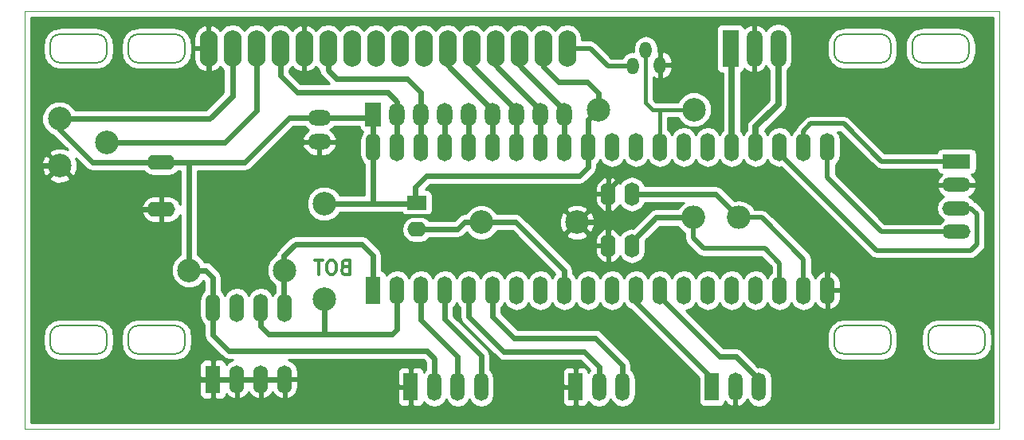
<source format=gbr>
G04 #@! TF.FileFunction,Copper,L2,Bot,Signal*
%FSLAX45Y45*%
G04 Gerber Fmt 4.5, Leading zero omitted, Abs format (unit mm)*
G04 Created by KiCad (PCBNEW 4.0.6) date 08/17/17 22:48:44*
%MOMM*%
%LPD*%
G01*
G04 APERTURE LIST*
%ADD10C,0.100000*%
%ADD11C,0.300000*%
%ADD12C,0.200000*%
%ADD13O,3.000000X1.600000*%
%ADD14C,2.499360*%
%ADD15R,2.000000X1.600000*%
%ADD16O,2.000000X1.600000*%
%ADD17O,1.930400X3.860800*%
%ADD18O,1.300000X1.800000*%
%ADD19O,2.500000X1.651000*%
%ADD20R,1.500000X3.000000*%
%ADD21O,1.500000X3.000000*%
%ADD22R,1.700000X4.000000*%
%ADD23O,1.700000X4.000000*%
%ADD24R,1.651000X2.500000*%
%ADD25O,1.651000X2.500000*%
%ADD26C,2.500000*%
%ADD27O,1.600000X2.500000*%
%ADD28R,1.574800X3.000000*%
%ADD29O,1.574800X3.000000*%
%ADD30O,2.500000X2.500000*%
%ADD31R,3.000000X1.500000*%
%ADD32O,3.000000X1.500000*%
%ADD33C,0.600000*%
%ADD34C,0.400000*%
%ADD35C,0.500000*%
%ADD36C,0.700000*%
%ADD37C,0.254000*%
G04 APERTURE END LIST*
D10*
D11*
X13688600Y-9196786D02*
X13667171Y-9203929D01*
X13660029Y-9211071D01*
X13652886Y-9225357D01*
X13652886Y-9246786D01*
X13660029Y-9261071D01*
X13667171Y-9268214D01*
X13681457Y-9275357D01*
X13738600Y-9275357D01*
X13738600Y-9125357D01*
X13688600Y-9125357D01*
X13674314Y-9132500D01*
X13667171Y-9139643D01*
X13660029Y-9153929D01*
X13660029Y-9168214D01*
X13667171Y-9182500D01*
X13674314Y-9189643D01*
X13688600Y-9196786D01*
X13738600Y-9196786D01*
X13560029Y-9125357D02*
X13531457Y-9125357D01*
X13517171Y-9132500D01*
X13502886Y-9146786D01*
X13495743Y-9175357D01*
X13495743Y-9225357D01*
X13502886Y-9253929D01*
X13517171Y-9268214D01*
X13531457Y-9275357D01*
X13560029Y-9275357D01*
X13574314Y-9268214D01*
X13588600Y-9253929D01*
X13595743Y-9225357D01*
X13595743Y-9175357D01*
X13588600Y-9146786D01*
X13574314Y-9132500D01*
X13560029Y-9125357D01*
X13452886Y-9125357D02*
X13367171Y-9125357D01*
X13410028Y-9275357D02*
X13410028Y-9125357D01*
D12*
X10657000Y-6722000D02*
X11057000Y-6722000D01*
X10657000Y-7022000D02*
X11057000Y-7022000D01*
X11157000Y-6822000D02*
G75*
G03X11057000Y-6722000I-100000J0D01*
G01*
X11057000Y-7022000D02*
G75*
G03X11157000Y-6922000I0J100000D01*
G01*
X11157000Y-6922000D02*
X11157000Y-6822000D01*
X10557000Y-6922000D02*
X10557000Y-6822000D01*
X10557000Y-6922000D02*
G75*
G03X10657000Y-7022000I100000J0D01*
G01*
X10657000Y-6722000D02*
G75*
G03X10557000Y-6822000I0J-100000D01*
G01*
X19887000Y-10022000D02*
G75*
G03X19987000Y-10122000I100000J0D01*
G01*
X11057000Y-10122000D02*
G75*
G03X11157000Y-10022000I0J100000D01*
G01*
X20387000Y-10122000D02*
G75*
G03X20487000Y-10022000I0J100000D01*
G01*
X11157000Y-9922000D02*
G75*
G03X11057000Y-9822000I-100000J0D01*
G01*
X20487000Y-9922000D02*
G75*
G03X20387000Y-9822000I-100000J0D01*
G01*
X10557000Y-10022000D02*
G75*
G03X10657000Y-10122000I100000J0D01*
G01*
X10657000Y-9822000D02*
X11057000Y-9822000D01*
X19987000Y-9822000D02*
X20387000Y-9822000D01*
X10557000Y-10022000D02*
X10557000Y-9922000D01*
X19887000Y-10022000D02*
X19887000Y-9922000D01*
X10657000Y-9822000D02*
G75*
G03X10557000Y-9922000I0J-100000D01*
G01*
X19987000Y-9822000D02*
G75*
G03X19887000Y-9922000I0J-100000D01*
G01*
X10657000Y-10122000D02*
X11057000Y-10122000D01*
X19987000Y-10122000D02*
X20387000Y-10122000D01*
X11157000Y-10022000D02*
X11157000Y-9922000D01*
X20487000Y-10022000D02*
X20487000Y-9922000D01*
X19817000Y-7022000D02*
X20217000Y-7022000D01*
X19717000Y-6922000D02*
G75*
G03X19817000Y-7022000I100000J0D01*
G01*
X19717000Y-6922000D02*
X19717000Y-6822000D01*
X19817000Y-6722000D02*
G75*
G03X19717000Y-6822000I0J-100000D01*
G01*
X19817000Y-6722000D02*
X20217000Y-6722000D01*
X20317000Y-6822000D02*
G75*
G03X20217000Y-6722000I-100000J0D01*
G01*
X20317000Y-6922000D02*
X20317000Y-6822000D01*
X20217000Y-7022000D02*
G75*
G03X20317000Y-6922000I0J100000D01*
G01*
X11487000Y-7022000D02*
X11887000Y-7022000D01*
X18987000Y-10122000D02*
X19387000Y-10122000D01*
X11487000Y-10122000D02*
X11887000Y-10122000D01*
X11387000Y-6922000D02*
X11387000Y-6822000D01*
X18887000Y-10022000D02*
X18887000Y-9922000D01*
X11387000Y-10022000D02*
X11387000Y-9922000D01*
X11387000Y-6922000D02*
G75*
G03X11487000Y-7022000I100000J0D01*
G01*
X18887000Y-10022000D02*
G75*
G03X18987000Y-10122000I100000J0D01*
G01*
X11387000Y-10022000D02*
G75*
G03X11487000Y-10122000I100000J0D01*
G01*
X11487000Y-6722000D02*
X11887000Y-6722000D01*
X18987000Y-9822000D02*
X19387000Y-9822000D01*
X11487000Y-9822000D02*
X11887000Y-9822000D01*
X11987000Y-6822000D02*
G75*
G03X11887000Y-6722000I-100000J0D01*
G01*
X19487000Y-9922000D02*
G75*
G03X19387000Y-9822000I-100000J0D01*
G01*
X11987000Y-9922000D02*
G75*
G03X11887000Y-9822000I-100000J0D01*
G01*
X11887000Y-7022000D02*
G75*
G03X11987000Y-6922000I0J100000D01*
G01*
X19387000Y-10122000D02*
G75*
G03X19487000Y-10022000I0J100000D01*
G01*
X11887000Y-10122000D02*
G75*
G03X11987000Y-10022000I0J100000D01*
G01*
X11487000Y-6722000D02*
G75*
G03X11387000Y-6822000I0J-100000D01*
G01*
X18987000Y-9822000D02*
G75*
G03X18887000Y-9922000I0J-100000D01*
G01*
X11487000Y-9822000D02*
G75*
G03X11387000Y-9922000I0J-100000D01*
G01*
X11987000Y-6922000D02*
X11987000Y-6822000D01*
X19487000Y-10022000D02*
X19487000Y-9922000D01*
X11987000Y-10022000D02*
X11987000Y-9922000D01*
X19487000Y-6922000D02*
X19487000Y-6822000D01*
X18887000Y-6922000D02*
X18887000Y-6822000D01*
X18987000Y-6722000D02*
X19387000Y-6722000D01*
X18987000Y-7022000D02*
X19387000Y-7022000D01*
X19487000Y-6822000D02*
G75*
G03X19387000Y-6722000I-100000J0D01*
G01*
X19387000Y-7022000D02*
G75*
G03X19487000Y-6922000I0J100000D01*
G01*
X18987000Y-6722000D02*
G75*
G03X18887000Y-6822000I0J-100000D01*
G01*
X18887000Y-6922000D02*
G75*
G03X18987000Y-7022000I100000J0D01*
G01*
D10*
X10287000Y-6472000D02*
X10287000Y-6622000D01*
X20637000Y-6472000D02*
X10287000Y-6472000D01*
X20637000Y-10922000D02*
X20637000Y-6472000D01*
X10287000Y-10922000D02*
X20637000Y-10922000D01*
X10287000Y-6604000D02*
X10287000Y-10922000D01*
D13*
X11734800Y-8585200D03*
X11734800Y-8085200D03*
D14*
X11159236Y-7869936D03*
X10655300Y-8119872D03*
X10655300Y-7620000D03*
D15*
X14452600Y-8514600D03*
D16*
X14454600Y-8797200D03*
D17*
X12237000Y-6872000D03*
X12491000Y-6872000D03*
X12745000Y-6872000D03*
X12999000Y-6872000D03*
X13253000Y-6872000D03*
X13507000Y-6872000D03*
X13761000Y-6872000D03*
X14015000Y-6872000D03*
X14269000Y-6872000D03*
X14523000Y-6872000D03*
X14777000Y-6872000D03*
X15031000Y-6872000D03*
X15285000Y-6872000D03*
X15539000Y-6872000D03*
X15793000Y-6872000D03*
X16047000Y-6872000D03*
D18*
X16884000Y-6889000D03*
X16747000Y-7059000D03*
X17037000Y-7049000D03*
D19*
X13417000Y-7612000D03*
X13417000Y-7866000D03*
D20*
X17587000Y-10472000D03*
D21*
X17837000Y-10472000D03*
X18087000Y-10472000D03*
D20*
X14387000Y-10472000D03*
D21*
X14637000Y-10472000D03*
X14887000Y-10472000D03*
X15137000Y-10472000D03*
D20*
X16137000Y-10472000D03*
D21*
X16387000Y-10472000D03*
X16637000Y-10472000D03*
D22*
X17783000Y-6872000D03*
D23*
X18037000Y-6872000D03*
X18291000Y-6872000D03*
D24*
X13987000Y-7572000D03*
D25*
X14241000Y-7572000D03*
X14495000Y-7572000D03*
X14749000Y-7572000D03*
X15003000Y-7572000D03*
X15257000Y-7572000D03*
X15511000Y-7572000D03*
X15765000Y-7572000D03*
X16019000Y-7572000D03*
D26*
X12029000Y-9232000D03*
X13045000Y-9232000D03*
X16379000Y-7522000D03*
X17395000Y-7522000D03*
X13467000Y-8524000D03*
X13467000Y-9540000D03*
D27*
X16737000Y-8972000D03*
X16487000Y-8972000D03*
X16737000Y-8422000D03*
X16487000Y-8422000D03*
D28*
X13987000Y-9446000D03*
D29*
X14241000Y-9446000D03*
X14495000Y-9446000D03*
X14749000Y-9446000D03*
X15003000Y-9446000D03*
X15257000Y-9446000D03*
X15511000Y-9446000D03*
X15765000Y-9446000D03*
X16019000Y-9446000D03*
X16273000Y-9446000D03*
X16527000Y-9446000D03*
X16781000Y-9446000D03*
X17035000Y-9446000D03*
X17289000Y-9446000D03*
X17543000Y-9446000D03*
X17797000Y-9446000D03*
X18051000Y-9446000D03*
X18305000Y-9446000D03*
X18559000Y-9446000D03*
X18813000Y-9446000D03*
X18813000Y-7922000D03*
X18559000Y-7922000D03*
X18305000Y-7922000D03*
X18051000Y-7922000D03*
X17797000Y-7922000D03*
X17543000Y-7922000D03*
X17289000Y-7922000D03*
X17035000Y-7922000D03*
X16781000Y-7922000D03*
X16527000Y-7922000D03*
X16273000Y-7922000D03*
X16019000Y-7922000D03*
X15765000Y-7922000D03*
X15511000Y-7922000D03*
X15257000Y-7922000D03*
X15003000Y-7922000D03*
X14749000Y-7922000D03*
X14495000Y-7922000D03*
X14241000Y-7922000D03*
X13987000Y-7922000D03*
D28*
X12285000Y-10392000D03*
D29*
X12539000Y-10392000D03*
X12793000Y-10392000D03*
X13047000Y-10392000D03*
X13047000Y-9630000D03*
X12793000Y-9630000D03*
X12539000Y-9630000D03*
X12285000Y-9630000D03*
D30*
X17387000Y-8672000D03*
X17875000Y-8672000D03*
D31*
X20187000Y-8072000D03*
D32*
X20187000Y-8322000D03*
X20187000Y-8572000D03*
X20187000Y-8822000D03*
D26*
X15137000Y-8722000D03*
X16153000Y-8722000D03*
D33*
X11734800Y-8085200D02*
X11006200Y-8085200D01*
X12029000Y-8100000D02*
X12014200Y-8085200D01*
X12014200Y-8085200D02*
X11734800Y-8085200D01*
X11006200Y-8085200D02*
X10655300Y-7734300D01*
X10655300Y-7734300D02*
X10655300Y-7620000D01*
X12623800Y-8085200D02*
X12014200Y-8085200D01*
X12029000Y-8293100D02*
X12029000Y-8100000D01*
X13417000Y-7612000D02*
X13097000Y-7612000D01*
X13097000Y-7612000D02*
X12623800Y-8085200D01*
X12029000Y-8792000D02*
X12029000Y-8293100D01*
D34*
X12029000Y-8293100D02*
X12027900Y-8292000D01*
D33*
X12491000Y-7378000D02*
X12249000Y-7620000D01*
X12491000Y-6872000D02*
X12491000Y-7378000D01*
X14554200Y-8229600D02*
X14437000Y-8346800D01*
X14437000Y-8346800D02*
X14437000Y-8522000D01*
X16175400Y-8229600D02*
X14554200Y-8229600D01*
X16273000Y-7922000D02*
X16273000Y-8132000D01*
X16273000Y-8132000D02*
X16175400Y-8229600D01*
X14437000Y-8522000D02*
X13987000Y-8522000D01*
X13987000Y-8522000D02*
X13469000Y-8522000D01*
X13987000Y-7922000D02*
X13987000Y-8522000D01*
X13469000Y-8522000D02*
X13467000Y-8524000D01*
X12029000Y-9232000D02*
X12205777Y-9232000D01*
X12205777Y-9232000D02*
X12285000Y-9311223D01*
X12285000Y-9311223D02*
X12285000Y-9420000D01*
X12285000Y-9420000D02*
X12285000Y-9630000D01*
X12029000Y-9232000D02*
X12029000Y-8792000D01*
X14637000Y-10472000D02*
X14637000Y-10172000D01*
X14637000Y-10172000D02*
X14557000Y-10092000D01*
X14557000Y-10092000D02*
X12457000Y-10092000D01*
X12457000Y-10092000D02*
X12285000Y-9920000D01*
X12285000Y-9920000D02*
X12285000Y-9630000D01*
X13417000Y-7612000D02*
X13947000Y-7612000D01*
X13947000Y-7612000D02*
X13987000Y-7572000D01*
X15793000Y-6872000D02*
X15793000Y-7068000D01*
X15793000Y-7068000D02*
X15957000Y-7232000D01*
X15957000Y-7232000D02*
X16267000Y-7232000D01*
X16379000Y-7344000D02*
X16379000Y-7522000D01*
X16267000Y-7232000D02*
X16379000Y-7344000D01*
X13987000Y-7572000D02*
X13987000Y-7922000D01*
X16273000Y-7922000D02*
X16273000Y-7628000D01*
X16273000Y-7628000D02*
X16379000Y-7522000D01*
X12249000Y-7620000D02*
X10655300Y-7620000D01*
X10655300Y-7620000D02*
X10655300Y-7700300D01*
X15137000Y-8722000D02*
X14960223Y-8722000D01*
X14960223Y-8722000D02*
X14885023Y-8797200D01*
X14885023Y-8797200D02*
X14614600Y-8797200D01*
X14614600Y-8797200D02*
X14454600Y-8797200D01*
X16019000Y-9446000D02*
X16019000Y-9236000D01*
X16019000Y-9236000D02*
X15505000Y-8722000D01*
X15505000Y-8722000D02*
X15313777Y-8722000D01*
X15313777Y-8722000D02*
X15137000Y-8722000D01*
X12285000Y-10392000D02*
X10582500Y-10392000D01*
X11734800Y-8585200D02*
X11120628Y-8585200D01*
X11120628Y-8585200D02*
X10655300Y-8119872D01*
X10418572Y-8119872D02*
X10655300Y-8119872D01*
X10414000Y-8115300D02*
X10414000Y-7878572D01*
X10414000Y-10223500D02*
X10414000Y-8115300D01*
X10414000Y-8115300D02*
X10418572Y-8119872D01*
X10582500Y-10392000D02*
X10414000Y-10223500D01*
X10414000Y-7353300D02*
X10414000Y-7878572D01*
X10541000Y-7226300D02*
X10414000Y-7353300D01*
X12135740Y-7226300D02*
X10541000Y-7226300D01*
X12237000Y-7125040D02*
X12135740Y-7226300D01*
D34*
X13233400Y-8458200D02*
X13417000Y-8274600D01*
X13233400Y-8674100D02*
X13233400Y-8458200D01*
X13639800Y-8775700D02*
X13335000Y-8775700D01*
X13760900Y-8654600D02*
X13639800Y-8775700D01*
X13335000Y-8775700D02*
X13233400Y-8674100D01*
X14751500Y-8654600D02*
X13760900Y-8654600D01*
X13417000Y-8274600D02*
X13417000Y-7866000D01*
X14984100Y-8422000D02*
X14751500Y-8654600D01*
X16487000Y-8422000D02*
X14984100Y-8422000D01*
D33*
X12237000Y-6872000D02*
X12237000Y-7125040D01*
X12539000Y-10392000D02*
X12285000Y-10392000D01*
X12793000Y-10392000D02*
X12539000Y-10392000D01*
X13047000Y-10392000D02*
X12793000Y-10392000D01*
X18007000Y-8212000D02*
X18813000Y-9018000D01*
X18813000Y-9018000D02*
X18813000Y-9446000D01*
X16652000Y-8212000D02*
X18007000Y-8212000D01*
X16487000Y-8422000D02*
X16487000Y-8377000D01*
X16487000Y-8377000D02*
X16652000Y-8212000D01*
D35*
X16487000Y-8722000D02*
X16487000Y-8972000D01*
X16487000Y-8422000D02*
X16487000Y-8722000D01*
D33*
X16477000Y-8722000D02*
X16143000Y-8722000D01*
X16737000Y-8972000D02*
X16737000Y-8927000D01*
X16737000Y-8927000D02*
X16992000Y-8672000D01*
X16992000Y-8672000D02*
X17210223Y-8672000D01*
X17210223Y-8672000D02*
X17387000Y-8672000D01*
D35*
X17387000Y-8672000D02*
X17387000Y-8892000D01*
X18305000Y-9160000D02*
X18305000Y-9446000D01*
X17387000Y-8892000D02*
X17497000Y-9002000D01*
X17497000Y-9002000D02*
X18147000Y-9002000D01*
X18147000Y-9002000D02*
X18305000Y-9160000D01*
X17875000Y-8672000D02*
X18117000Y-8672000D01*
X18117000Y-8672000D02*
X18559000Y-9114000D01*
X18559000Y-9114000D02*
X18559000Y-9246000D01*
X18559000Y-9246000D02*
X18559000Y-9446000D01*
D33*
X16737000Y-8422000D02*
X17625000Y-8422000D01*
X17625000Y-8422000D02*
X17875000Y-8672000D01*
X12409064Y-7869936D02*
X12745000Y-7534000D01*
X12745000Y-7534000D02*
X12745000Y-6872000D01*
X11159236Y-7869936D02*
X12409064Y-7869936D01*
X14241000Y-7572000D02*
X14241000Y-7922000D01*
X14241000Y-7522000D02*
X14241000Y-7436000D01*
X14241000Y-7436000D02*
X14147000Y-7342000D01*
X14147000Y-7342000D02*
X13177000Y-7342000D01*
X13177000Y-7342000D02*
X12999000Y-7164000D01*
X12999000Y-7164000D02*
X12999000Y-6872000D01*
X14495000Y-7572000D02*
X14495000Y-7922000D01*
X13507000Y-6872000D02*
X13507000Y-7102000D01*
X13507000Y-7102000D02*
X13597000Y-7192000D01*
X13597000Y-7192000D02*
X14350000Y-7192000D01*
X14350000Y-7192000D02*
X14495000Y-7337000D01*
X14495000Y-7337000D02*
X14495000Y-7522000D01*
X14777000Y-6872000D02*
X14777000Y-7049550D01*
X14777000Y-7049550D02*
X15257000Y-7529550D01*
X15257000Y-7529550D02*
X15257000Y-7572000D01*
X15257000Y-7922000D02*
X15257000Y-7572000D01*
X15257000Y-7522000D02*
X15257000Y-7482000D01*
X15031000Y-6872000D02*
X15031000Y-7049550D01*
X15031000Y-7049550D02*
X15511000Y-7529550D01*
X15511000Y-7529550D02*
X15511000Y-7572000D01*
X15511000Y-7922000D02*
X15511000Y-7572000D01*
X15511000Y-7479550D02*
X15511000Y-7522000D01*
X15285000Y-6872000D02*
X15285000Y-7049550D01*
X15285000Y-7049550D02*
X15765000Y-7529550D01*
X15765000Y-7529550D02*
X15765000Y-7572000D01*
X15765000Y-7922000D02*
X15765000Y-7522000D01*
X15539000Y-6872000D02*
X15539000Y-7049550D01*
X15539000Y-7049550D02*
X16019000Y-7529550D01*
X16019000Y-7529550D02*
X16019000Y-7572000D01*
X16019000Y-7479550D02*
X16019000Y-7522000D01*
X16019000Y-7922000D02*
X16019000Y-7522000D01*
D35*
X16757000Y-7059000D02*
X16484000Y-7059000D01*
X16484000Y-7059000D02*
X16297000Y-6872000D01*
X16297000Y-6872000D02*
X16047000Y-6872000D01*
D33*
X17587000Y-10472000D02*
X17587000Y-10382000D01*
X17587000Y-10382000D02*
X16781000Y-9576000D01*
X16781000Y-9576000D02*
X16781000Y-9446000D01*
X17669740Y-10152000D02*
X17842000Y-10152000D01*
X17842000Y-10152000D02*
X18087000Y-10397000D01*
X18087000Y-10397000D02*
X18087000Y-10472000D01*
X17035000Y-9446000D02*
X17035000Y-9517260D01*
X17035000Y-9517260D02*
X17669740Y-10152000D01*
X14749000Y-9446000D02*
X14749000Y-9754000D01*
X14749000Y-9754000D02*
X15137000Y-10142000D01*
X15137000Y-10142000D02*
X15137000Y-10262000D01*
X15137000Y-10262000D02*
X15137000Y-10472000D01*
X14495000Y-9446000D02*
X14495000Y-9760000D01*
X14495000Y-9760000D02*
X14887000Y-10152000D01*
X14887000Y-10152000D02*
X14887000Y-10262000D01*
X14887000Y-10262000D02*
X14887000Y-10472000D01*
X16387000Y-10472000D02*
X16387000Y-10262000D01*
X16387000Y-10262000D02*
X16227000Y-10102000D01*
X16227000Y-10102000D02*
X15377000Y-10102000D01*
X15377000Y-10102000D02*
X15003000Y-9728000D01*
X15003000Y-9728000D02*
X15003000Y-9656000D01*
X15003000Y-9656000D02*
X15003000Y-9446000D01*
X15257000Y-9446000D02*
X15257000Y-9722000D01*
X15257000Y-9722000D02*
X15487000Y-9952000D01*
X15487000Y-9952000D02*
X16347000Y-9952000D01*
X16347000Y-9952000D02*
X16637000Y-10242000D01*
X16637000Y-10242000D02*
X16637000Y-10472000D01*
D36*
X17797000Y-7922000D02*
X17797000Y-6886000D01*
X17797000Y-6886000D02*
X17783000Y-6872000D01*
X18051000Y-7922000D02*
X18051000Y-7702000D01*
X18051000Y-7702000D02*
X18291000Y-7462000D01*
X18291000Y-7462000D02*
X18291000Y-7142000D01*
X18291000Y-7142000D02*
X18291000Y-6872000D01*
D34*
X17043400Y-7522000D02*
X16958100Y-7522000D01*
X17090600Y-7522000D02*
X17043400Y-7522000D01*
X17043400Y-7522000D02*
X17035000Y-7530400D01*
X17035000Y-7530400D02*
X17035000Y-7922000D01*
X16958100Y-7522000D02*
X16884000Y-7447900D01*
X16884000Y-7447900D02*
X16884000Y-6889000D01*
X17090600Y-7522000D02*
X17395000Y-7522000D01*
D33*
X13035000Y-9232000D02*
X13035000Y-9618000D01*
X13035000Y-9618000D02*
X13047000Y-9630000D01*
X13987000Y-9446000D02*
X13987000Y-9072000D01*
X13987000Y-9072000D02*
X13871000Y-8956000D01*
X13871000Y-8956000D02*
X13163000Y-8956000D01*
X13163000Y-8956000D02*
X13041000Y-9078000D01*
X13041000Y-9078000D02*
X13041000Y-9226000D01*
X13041000Y-9226000D02*
X13035000Y-9232000D01*
X14241000Y-9446000D02*
X14241000Y-9858000D01*
X14241000Y-9858000D02*
X14187000Y-9912000D01*
X14187000Y-9912000D02*
X13467000Y-9912000D01*
X13467000Y-9912000D02*
X12877000Y-9912000D01*
X12877000Y-9912000D02*
X12793000Y-9828000D01*
X12793000Y-9828000D02*
X12793000Y-9630000D01*
X13467000Y-9540000D02*
X13467000Y-9912000D01*
X12787000Y-9572000D02*
X12787000Y-9742000D01*
X14749000Y-7572000D02*
X14749000Y-7922000D01*
X15003000Y-7572000D02*
X15003000Y-7922000D01*
D35*
X18559000Y-7922000D02*
X18559000Y-7750000D01*
X18559000Y-7750000D02*
X18637000Y-7672000D01*
X18637000Y-7672000D02*
X18987000Y-7672000D01*
X18987000Y-7672000D02*
X19387000Y-8072000D01*
X19387000Y-8072000D02*
X20187000Y-8072000D01*
X18305000Y-7922000D02*
X18305000Y-7993260D01*
X18305000Y-7993260D02*
X19333740Y-9022000D01*
X19333740Y-9022000D02*
X20337000Y-9022000D01*
X20337000Y-9022000D02*
X20402001Y-8956999D01*
X20402001Y-8956999D02*
X20402001Y-8637001D01*
X20402001Y-8637001D02*
X20337000Y-8572000D01*
X20337000Y-8572000D02*
X20187000Y-8572000D01*
X18813000Y-7922000D02*
X18813000Y-8248000D01*
X18813000Y-8248000D02*
X19387000Y-8822000D01*
X19387000Y-8822000D02*
X19987000Y-8822000D01*
X19987000Y-8822000D02*
X20187000Y-8822000D01*
D37*
G36*
X20568500Y-10853500D02*
X10355500Y-10853500D01*
X10355500Y-10420575D01*
X12142760Y-10420575D01*
X12142760Y-10554631D01*
X12152427Y-10577970D01*
X12170290Y-10595833D01*
X12193629Y-10605500D01*
X12256425Y-10605500D01*
X12272300Y-10589625D01*
X12272300Y-10404700D01*
X12297700Y-10404700D01*
X12297700Y-10589625D01*
X12313575Y-10605500D01*
X12376371Y-10605500D01*
X12399710Y-10595833D01*
X12417573Y-10577970D01*
X12427240Y-10554631D01*
X12427240Y-10547790D01*
X12447401Y-10572819D01*
X12496300Y-10599533D01*
X12504294Y-10601201D01*
X12526300Y-10588985D01*
X12526300Y-10404700D01*
X12551700Y-10404700D01*
X12551700Y-10588985D01*
X12573706Y-10601201D01*
X12581700Y-10599533D01*
X12630599Y-10572819D01*
X12665552Y-10529426D01*
X12666000Y-10527901D01*
X12666447Y-10529426D01*
X12701401Y-10572819D01*
X12750300Y-10599533D01*
X12758294Y-10601201D01*
X12780300Y-10588985D01*
X12780300Y-10404700D01*
X12805700Y-10404700D01*
X12805700Y-10588985D01*
X12827706Y-10601201D01*
X12835700Y-10599533D01*
X12884599Y-10572819D01*
X12919552Y-10529426D01*
X12920000Y-10527901D01*
X12920447Y-10529426D01*
X12955401Y-10572819D01*
X13004300Y-10599533D01*
X13012294Y-10601201D01*
X13034300Y-10588985D01*
X13034300Y-10404700D01*
X13059700Y-10404700D01*
X13059700Y-10588985D01*
X13081706Y-10601201D01*
X13089700Y-10599533D01*
X13138599Y-10572819D01*
X13173552Y-10529426D01*
X13182018Y-10500575D01*
X14248500Y-10500575D01*
X14248500Y-10634631D01*
X14258167Y-10657970D01*
X14276030Y-10675833D01*
X14299369Y-10685500D01*
X14358425Y-10685500D01*
X14374300Y-10669625D01*
X14374300Y-10484700D01*
X14264375Y-10484700D01*
X14248500Y-10500575D01*
X13182018Y-10500575D01*
X13189240Y-10475960D01*
X13189240Y-10404700D01*
X13059700Y-10404700D01*
X13034300Y-10404700D01*
X12805700Y-10404700D01*
X12780300Y-10404700D01*
X12551700Y-10404700D01*
X12526300Y-10404700D01*
X12297700Y-10404700D01*
X12272300Y-10404700D01*
X12158635Y-10404700D01*
X12142760Y-10420575D01*
X10355500Y-10420575D01*
X10355500Y-10229369D01*
X12142760Y-10229369D01*
X12142760Y-10363425D01*
X12158635Y-10379300D01*
X12272300Y-10379300D01*
X12272300Y-10194375D01*
X12256425Y-10178500D01*
X12193629Y-10178500D01*
X12170290Y-10188167D01*
X12152427Y-10206030D01*
X12142760Y-10229369D01*
X10355500Y-10229369D01*
X10355500Y-9922000D01*
X10483500Y-9922000D01*
X10483500Y-10022000D01*
X10484912Y-10029100D01*
X10484912Y-10036339D01*
X10492524Y-10074607D01*
X10503499Y-10101103D01*
X10525176Y-10133545D01*
X10538695Y-10147064D01*
X10545455Y-10153824D01*
X10577897Y-10175501D01*
X10584854Y-10178383D01*
X10604393Y-10186476D01*
X10642661Y-10194088D01*
X10649900Y-10194088D01*
X10657000Y-10195500D01*
X11057000Y-10195500D01*
X11064100Y-10194088D01*
X11071339Y-10194088D01*
X11109607Y-10186476D01*
X11136103Y-10175501D01*
X11168545Y-10153824D01*
X11182064Y-10140305D01*
X11188824Y-10133545D01*
X11210501Y-10101103D01*
X11216915Y-10085617D01*
X11221476Y-10074607D01*
X11229088Y-10036339D01*
X11229088Y-10029100D01*
X11230500Y-10022000D01*
X11230500Y-9922000D01*
X11313500Y-9922000D01*
X11313500Y-10022000D01*
X11314912Y-10029100D01*
X11314912Y-10036339D01*
X11322524Y-10074607D01*
X11333499Y-10101103D01*
X11355176Y-10133545D01*
X11368695Y-10147064D01*
X11375455Y-10153824D01*
X11407897Y-10175501D01*
X11414854Y-10178383D01*
X11434393Y-10186476D01*
X11472661Y-10194088D01*
X11479900Y-10194088D01*
X11487000Y-10195500D01*
X11887000Y-10195500D01*
X11894100Y-10194088D01*
X11901339Y-10194088D01*
X11939607Y-10186476D01*
X11966103Y-10175501D01*
X11998545Y-10153824D01*
X12012064Y-10140305D01*
X12018824Y-10133545D01*
X12040501Y-10101103D01*
X12046915Y-10085617D01*
X12051476Y-10074607D01*
X12059088Y-10036339D01*
X12059088Y-10029100D01*
X12060500Y-10022000D01*
X12060500Y-9922000D01*
X12059088Y-9914900D01*
X12059088Y-9907661D01*
X12051476Y-9869393D01*
X12042822Y-9848500D01*
X12040501Y-9842897D01*
X12018824Y-9810455D01*
X12012064Y-9803695D01*
X11998545Y-9790176D01*
X11966103Y-9768499D01*
X11939607Y-9757524D01*
X11901339Y-9749912D01*
X11894100Y-9749912D01*
X11887000Y-9748500D01*
X11487000Y-9748500D01*
X11479900Y-9749912D01*
X11472661Y-9749912D01*
X11434393Y-9757524D01*
X11419288Y-9763781D01*
X11407897Y-9768499D01*
X11375455Y-9790176D01*
X11369850Y-9795781D01*
X11355176Y-9810455D01*
X11333499Y-9842897D01*
X11328861Y-9854095D01*
X11322524Y-9869393D01*
X11314912Y-9907661D01*
X11314912Y-9914900D01*
X11313500Y-9922000D01*
X11230500Y-9922000D01*
X11229088Y-9914900D01*
X11229088Y-9907661D01*
X11221476Y-9869393D01*
X11212822Y-9848500D01*
X11210501Y-9842897D01*
X11188824Y-9810455D01*
X11182064Y-9803695D01*
X11168545Y-9790176D01*
X11136103Y-9768499D01*
X11109607Y-9757524D01*
X11071339Y-9749912D01*
X11064100Y-9749912D01*
X11057000Y-9748500D01*
X10657000Y-9748500D01*
X10649900Y-9749912D01*
X10642661Y-9749912D01*
X10604393Y-9757524D01*
X10589288Y-9763781D01*
X10577897Y-9768499D01*
X10545455Y-9790176D01*
X10539850Y-9795781D01*
X10525176Y-9810455D01*
X10503499Y-9842897D01*
X10498861Y-9854095D01*
X10492524Y-9869393D01*
X10484912Y-9907661D01*
X10484912Y-9914900D01*
X10483500Y-9922000D01*
X10355500Y-9922000D01*
X10355500Y-8620104D01*
X11525610Y-8620104D01*
X11527363Y-8628382D01*
X11554350Y-8677690D01*
X11598152Y-8712917D01*
X11652100Y-8728700D01*
X11722100Y-8728700D01*
X11722100Y-8597900D01*
X11537808Y-8597900D01*
X11525610Y-8620104D01*
X10355500Y-8620104D01*
X10355500Y-8550296D01*
X11525610Y-8550296D01*
X11537808Y-8572500D01*
X11722100Y-8572500D01*
X11722100Y-8441700D01*
X11652100Y-8441700D01*
X11598152Y-8457483D01*
X11554350Y-8492710D01*
X11527363Y-8542018D01*
X11525610Y-8550296D01*
X10355500Y-8550296D01*
X10355500Y-8253181D01*
X10539952Y-8253181D01*
X10552873Y-8282458D01*
X10622888Y-8309279D01*
X10697838Y-8307265D01*
X10757728Y-8282458D01*
X10770648Y-8253181D01*
X10655300Y-8137832D01*
X10539952Y-8253181D01*
X10355500Y-8253181D01*
X10355500Y-8087460D01*
X10465893Y-8087460D01*
X10467907Y-8162410D01*
X10492714Y-8222299D01*
X10521991Y-8235220D01*
X10637340Y-8119872D01*
X10521991Y-8004524D01*
X10492714Y-8017444D01*
X10465893Y-8087460D01*
X10355500Y-8087460D01*
X10355500Y-7657324D01*
X10466799Y-7657324D01*
X10495431Y-7726619D01*
X10548402Y-7779682D01*
X10585674Y-7795159D01*
X10589186Y-7800414D01*
X10738811Y-7950039D01*
X10687712Y-7930465D01*
X10612762Y-7932479D01*
X10552873Y-7957286D01*
X10539952Y-7986563D01*
X10655300Y-8101911D01*
X10656714Y-8100497D01*
X10674675Y-8118458D01*
X10673261Y-8119872D01*
X10788609Y-8235220D01*
X10817886Y-8222299D01*
X10844707Y-8152284D01*
X10842693Y-8077334D01*
X10826138Y-8037367D01*
X10940086Y-8151314D01*
X10970419Y-8171583D01*
X11006200Y-8178700D01*
X11553822Y-8178700D01*
X11559147Y-8186670D01*
X11605702Y-8217777D01*
X11660617Y-8228700D01*
X11808983Y-8228700D01*
X11863898Y-8217777D01*
X11910452Y-8186670D01*
X11915778Y-8178700D01*
X11935500Y-8178700D01*
X11935500Y-8529709D01*
X11915250Y-8492710D01*
X11871448Y-8457483D01*
X11817500Y-8441700D01*
X11747500Y-8441700D01*
X11747500Y-8572500D01*
X11749500Y-8572500D01*
X11749500Y-8597900D01*
X11747500Y-8597900D01*
X11747500Y-8728700D01*
X11817500Y-8728700D01*
X11871448Y-8712917D01*
X11915250Y-8677690D01*
X11935500Y-8640691D01*
X11935500Y-9066676D01*
X11922363Y-9072104D01*
X11869291Y-9125084D01*
X11840533Y-9194341D01*
X11840467Y-9269331D01*
X11869104Y-9338637D01*
X11922084Y-9391709D01*
X11991340Y-9420467D01*
X12066330Y-9420533D01*
X12135637Y-9391896D01*
X12184583Y-9343035D01*
X12191500Y-9349952D01*
X12191500Y-9449248D01*
X12184421Y-9453978D01*
X12153587Y-9500124D01*
X12142760Y-9554557D01*
X12142760Y-9705443D01*
X12153587Y-9759876D01*
X12184421Y-9806022D01*
X12191500Y-9810752D01*
X12191500Y-9920000D01*
X12198617Y-9955781D01*
X12218885Y-9986115D01*
X12390885Y-10158115D01*
X12421219Y-10178383D01*
X12457000Y-10185500D01*
X12494410Y-10185500D01*
X12447401Y-10211181D01*
X12427240Y-10236210D01*
X12427240Y-10229369D01*
X12417573Y-10206030D01*
X12399710Y-10188167D01*
X12376371Y-10178500D01*
X12313575Y-10178500D01*
X12297700Y-10194375D01*
X12297700Y-10379300D01*
X12526300Y-10379300D01*
X12526300Y-10377300D01*
X12551700Y-10377300D01*
X12551700Y-10379300D01*
X12780300Y-10379300D01*
X12780300Y-10377300D01*
X12805700Y-10377300D01*
X12805700Y-10379300D01*
X13034300Y-10379300D01*
X13034300Y-10377300D01*
X13059700Y-10377300D01*
X13059700Y-10379300D01*
X13189240Y-10379300D01*
X13189240Y-10309369D01*
X14248500Y-10309369D01*
X14248500Y-10443425D01*
X14264375Y-10459300D01*
X14374300Y-10459300D01*
X14374300Y-10274375D01*
X14358425Y-10258500D01*
X14299369Y-10258500D01*
X14276030Y-10268167D01*
X14258167Y-10286030D01*
X14248500Y-10309369D01*
X13189240Y-10309369D01*
X13189240Y-10308040D01*
X13173552Y-10254574D01*
X13138599Y-10211181D01*
X13091590Y-10185500D01*
X14518271Y-10185500D01*
X14543500Y-10210729D01*
X14543500Y-10291920D01*
X14539066Y-10294883D01*
X14525500Y-10315186D01*
X14525500Y-10309369D01*
X14515833Y-10286030D01*
X14497970Y-10268167D01*
X14474631Y-10258500D01*
X14415575Y-10258500D01*
X14399700Y-10274375D01*
X14399700Y-10459300D01*
X14401700Y-10459300D01*
X14401700Y-10484700D01*
X14399700Y-10484700D01*
X14399700Y-10669625D01*
X14415575Y-10685500D01*
X14474631Y-10685500D01*
X14497970Y-10675833D01*
X14515833Y-10657970D01*
X14525500Y-10634631D01*
X14525500Y-10628815D01*
X14539066Y-10649117D01*
X14583998Y-10679140D01*
X14637000Y-10689683D01*
X14690002Y-10679140D01*
X14734934Y-10649117D01*
X14762000Y-10608610D01*
X14789066Y-10649117D01*
X14833998Y-10679140D01*
X14887000Y-10689683D01*
X14940002Y-10679140D01*
X14984934Y-10649117D01*
X15012000Y-10608610D01*
X15039066Y-10649117D01*
X15083998Y-10679140D01*
X15137000Y-10689683D01*
X15190002Y-10679140D01*
X15234934Y-10649117D01*
X15264957Y-10604184D01*
X15275500Y-10551183D01*
X15275500Y-10500575D01*
X15998500Y-10500575D01*
X15998500Y-10634631D01*
X16008167Y-10657970D01*
X16026030Y-10675833D01*
X16049369Y-10685500D01*
X16108425Y-10685500D01*
X16124300Y-10669625D01*
X16124300Y-10484700D01*
X16014375Y-10484700D01*
X15998500Y-10500575D01*
X15275500Y-10500575D01*
X15275500Y-10392817D01*
X15264957Y-10339816D01*
X15244614Y-10309369D01*
X15998500Y-10309369D01*
X15998500Y-10443425D01*
X16014375Y-10459300D01*
X16124300Y-10459300D01*
X16124300Y-10274375D01*
X16108425Y-10258500D01*
X16049369Y-10258500D01*
X16026030Y-10268167D01*
X16008167Y-10286030D01*
X15998500Y-10309369D01*
X15244614Y-10309369D01*
X15234934Y-10294883D01*
X15230500Y-10291920D01*
X15230500Y-10142000D01*
X15223383Y-10106219D01*
X15203114Y-10075886D01*
X14842500Y-9715271D01*
X14842500Y-9626752D01*
X14849579Y-9622022D01*
X14876000Y-9582480D01*
X14902421Y-9622022D01*
X14909500Y-9626752D01*
X14909500Y-9728000D01*
X14916617Y-9763781D01*
X14936885Y-9794115D01*
X15310885Y-10168115D01*
X15341219Y-10188383D01*
X15377000Y-10195500D01*
X16188271Y-10195500D01*
X16288500Y-10295729D01*
X16275500Y-10315186D01*
X16275500Y-10309369D01*
X16265833Y-10286030D01*
X16247970Y-10268167D01*
X16224631Y-10258500D01*
X16165575Y-10258500D01*
X16149700Y-10274375D01*
X16149700Y-10459300D01*
X16151700Y-10459300D01*
X16151700Y-10484700D01*
X16149700Y-10484700D01*
X16149700Y-10669625D01*
X16165575Y-10685500D01*
X16224631Y-10685500D01*
X16247970Y-10675833D01*
X16265833Y-10657970D01*
X16275500Y-10634631D01*
X16275500Y-10628815D01*
X16289066Y-10649117D01*
X16333998Y-10679140D01*
X16387000Y-10689683D01*
X16440002Y-10679140D01*
X16484934Y-10649117D01*
X16512000Y-10608610D01*
X16539066Y-10649117D01*
X16583998Y-10679140D01*
X16637000Y-10689683D01*
X16690002Y-10679140D01*
X16734934Y-10649117D01*
X16764957Y-10604184D01*
X16775500Y-10551183D01*
X16775500Y-10392817D01*
X16764957Y-10339816D01*
X16734934Y-10294883D01*
X16730500Y-10291920D01*
X16730500Y-10242000D01*
X16723383Y-10206219D01*
X16703114Y-10175886D01*
X16413114Y-9885886D01*
X16382781Y-9865617D01*
X16347000Y-9858500D01*
X15525729Y-9858500D01*
X15350500Y-9683271D01*
X15350500Y-9626752D01*
X15357579Y-9622022D01*
X15384000Y-9582480D01*
X15410421Y-9622022D01*
X15456567Y-9652855D01*
X15511000Y-9663683D01*
X15565433Y-9652855D01*
X15611579Y-9622022D01*
X15638000Y-9582480D01*
X15664421Y-9622022D01*
X15710567Y-9652855D01*
X15765000Y-9663683D01*
X15819433Y-9652855D01*
X15865579Y-9622022D01*
X15892000Y-9582480D01*
X15918421Y-9622022D01*
X15964567Y-9652855D01*
X16019000Y-9663683D01*
X16073433Y-9652855D01*
X16119579Y-9622022D01*
X16146000Y-9582480D01*
X16172421Y-9622022D01*
X16218567Y-9652855D01*
X16273000Y-9663683D01*
X16327433Y-9652855D01*
X16373579Y-9622022D01*
X16400000Y-9582480D01*
X16426421Y-9622022D01*
X16472567Y-9652855D01*
X16527000Y-9663683D01*
X16581433Y-9652855D01*
X16627579Y-9622022D01*
X16654000Y-9582480D01*
X16680421Y-9622022D01*
X16723732Y-9650961D01*
X17447256Y-10374485D01*
X17447256Y-10622000D01*
X17451684Y-10645532D01*
X17465591Y-10667144D01*
X17486811Y-10681643D01*
X17512000Y-10686744D01*
X17662000Y-10686744D01*
X17685532Y-10682316D01*
X17707144Y-10668409D01*
X17721643Y-10647189D01*
X17725837Y-10626478D01*
X17748046Y-10653915D01*
X17795732Y-10679817D01*
X17802882Y-10681232D01*
X17824300Y-10668966D01*
X17824300Y-10484700D01*
X17822300Y-10484700D01*
X17822300Y-10459300D01*
X17824300Y-10459300D01*
X17824300Y-10457300D01*
X17849700Y-10457300D01*
X17849700Y-10459300D01*
X17851700Y-10459300D01*
X17851700Y-10484700D01*
X17849700Y-10484700D01*
X17849700Y-10668966D01*
X17871119Y-10681232D01*
X17878268Y-10679817D01*
X17925954Y-10653915D01*
X17960097Y-10611735D01*
X17961322Y-10607596D01*
X17989066Y-10649117D01*
X18033998Y-10679140D01*
X18087000Y-10689683D01*
X18140002Y-10679140D01*
X18184934Y-10649117D01*
X18214957Y-10604184D01*
X18225500Y-10551183D01*
X18225500Y-10392817D01*
X18214957Y-10339816D01*
X18184934Y-10294883D01*
X18140002Y-10264860D01*
X18087000Y-10254317D01*
X18078281Y-10256052D01*
X17908115Y-10085886D01*
X17877781Y-10065617D01*
X17842000Y-10058500D01*
X17708469Y-10058500D01*
X17571969Y-9922000D01*
X18813500Y-9922000D01*
X18813500Y-10022000D01*
X18814912Y-10029100D01*
X18814912Y-10036339D01*
X18822524Y-10074607D01*
X18833499Y-10101103D01*
X18855176Y-10133545D01*
X18868695Y-10147064D01*
X18875455Y-10153824D01*
X18907897Y-10175501D01*
X18914854Y-10178383D01*
X18934393Y-10186476D01*
X18972661Y-10194088D01*
X18979900Y-10194088D01*
X18987000Y-10195500D01*
X19387000Y-10195500D01*
X19394100Y-10194088D01*
X19401339Y-10194088D01*
X19439607Y-10186476D01*
X19466103Y-10175501D01*
X19498545Y-10153824D01*
X19512064Y-10140305D01*
X19518824Y-10133545D01*
X19540501Y-10101103D01*
X19546915Y-10085617D01*
X19551476Y-10074607D01*
X19559088Y-10036339D01*
X19559088Y-10029100D01*
X19560500Y-10022000D01*
X19560500Y-9922000D01*
X19813500Y-9922000D01*
X19813500Y-10022000D01*
X19814912Y-10029100D01*
X19814912Y-10036339D01*
X19822524Y-10074607D01*
X19833499Y-10101103D01*
X19855176Y-10133545D01*
X19868695Y-10147064D01*
X19875455Y-10153824D01*
X19907897Y-10175501D01*
X19914854Y-10178383D01*
X19934393Y-10186476D01*
X19972661Y-10194088D01*
X19979900Y-10194088D01*
X19987000Y-10195500D01*
X20387000Y-10195500D01*
X20394100Y-10194088D01*
X20401339Y-10194088D01*
X20439607Y-10186476D01*
X20466103Y-10175501D01*
X20498545Y-10153824D01*
X20512064Y-10140305D01*
X20518824Y-10133545D01*
X20540501Y-10101103D01*
X20546915Y-10085617D01*
X20551476Y-10074607D01*
X20559088Y-10036339D01*
X20559088Y-10029100D01*
X20560500Y-10022000D01*
X20560500Y-9922000D01*
X20559088Y-9914900D01*
X20559088Y-9907661D01*
X20551476Y-9869393D01*
X20542822Y-9848500D01*
X20540501Y-9842897D01*
X20518824Y-9810455D01*
X20512064Y-9803695D01*
X20498545Y-9790176D01*
X20466103Y-9768499D01*
X20439607Y-9757524D01*
X20401339Y-9749912D01*
X20394100Y-9749912D01*
X20387000Y-9748500D01*
X19987000Y-9748500D01*
X19979900Y-9749912D01*
X19972661Y-9749912D01*
X19934393Y-9757524D01*
X19919288Y-9763781D01*
X19907897Y-9768499D01*
X19875455Y-9790176D01*
X19869850Y-9795781D01*
X19855176Y-9810455D01*
X19833499Y-9842897D01*
X19828861Y-9854095D01*
X19822524Y-9869393D01*
X19814912Y-9907661D01*
X19814912Y-9914900D01*
X19813500Y-9922000D01*
X19560500Y-9922000D01*
X19559088Y-9914900D01*
X19559088Y-9907661D01*
X19551476Y-9869393D01*
X19542822Y-9848500D01*
X19540501Y-9842897D01*
X19518824Y-9810455D01*
X19512064Y-9803695D01*
X19498545Y-9790176D01*
X19466103Y-9768499D01*
X19439607Y-9757524D01*
X19401339Y-9749912D01*
X19394100Y-9749912D01*
X19387000Y-9748500D01*
X18987000Y-9748500D01*
X18979900Y-9749912D01*
X18972661Y-9749912D01*
X18934393Y-9757524D01*
X18919288Y-9763781D01*
X18907897Y-9768499D01*
X18875455Y-9790176D01*
X18869850Y-9795781D01*
X18855176Y-9810455D01*
X18833499Y-9842897D01*
X18828861Y-9854095D01*
X18822524Y-9869393D01*
X18814912Y-9907661D01*
X18814912Y-9914900D01*
X18813500Y-9922000D01*
X17571969Y-9922000D01*
X17309562Y-9659593D01*
X17343433Y-9652855D01*
X17389579Y-9622022D01*
X17416000Y-9582480D01*
X17442421Y-9622022D01*
X17488567Y-9652855D01*
X17543000Y-9663683D01*
X17597433Y-9652855D01*
X17643579Y-9622022D01*
X17670000Y-9582480D01*
X17696421Y-9622022D01*
X17742567Y-9652855D01*
X17797000Y-9663683D01*
X17851433Y-9652855D01*
X17897579Y-9622022D01*
X17924000Y-9582480D01*
X17950421Y-9622022D01*
X17996567Y-9652855D01*
X18051000Y-9663683D01*
X18105433Y-9652855D01*
X18151579Y-9622022D01*
X18178000Y-9582480D01*
X18204421Y-9622022D01*
X18250567Y-9652855D01*
X18305000Y-9663683D01*
X18359433Y-9652855D01*
X18405579Y-9622022D01*
X18432000Y-9582480D01*
X18458421Y-9622022D01*
X18504567Y-9652855D01*
X18559000Y-9663683D01*
X18613433Y-9652855D01*
X18659579Y-9622022D01*
X18686118Y-9582303D01*
X18686448Y-9583426D01*
X18721401Y-9626819D01*
X18770300Y-9653533D01*
X18778294Y-9655201D01*
X18800300Y-9642985D01*
X18800300Y-9458700D01*
X18825700Y-9458700D01*
X18825700Y-9642985D01*
X18847706Y-9655201D01*
X18855700Y-9653533D01*
X18904599Y-9626819D01*
X18939553Y-9583426D01*
X18955240Y-9529960D01*
X18955240Y-9458700D01*
X18825700Y-9458700D01*
X18800300Y-9458700D01*
X18798300Y-9458700D01*
X18798300Y-9433300D01*
X18800300Y-9433300D01*
X18800300Y-9249015D01*
X18825700Y-9249015D01*
X18825700Y-9433300D01*
X18955240Y-9433300D01*
X18955240Y-9362040D01*
X18939553Y-9308574D01*
X18904599Y-9265181D01*
X18855700Y-9238467D01*
X18847706Y-9236799D01*
X18825700Y-9249015D01*
X18800300Y-9249015D01*
X18778294Y-9236799D01*
X18770300Y-9238467D01*
X18721401Y-9265181D01*
X18686448Y-9308574D01*
X18686118Y-9309697D01*
X18659579Y-9269978D01*
X18647500Y-9261908D01*
X18647500Y-9114001D01*
X18647500Y-9114000D01*
X18640763Y-9080133D01*
X18640763Y-9080133D01*
X18621579Y-9051421D01*
X18621579Y-9051421D01*
X18179579Y-8609421D01*
X18170169Y-8603134D01*
X18150868Y-8590237D01*
X18142981Y-8588668D01*
X18117000Y-8583500D01*
X18117000Y-8583500D01*
X18041910Y-8583500D01*
X18011983Y-8538710D01*
X17950829Y-8497849D01*
X17878693Y-8483500D01*
X17871307Y-8483500D01*
X17827452Y-8492223D01*
X17691115Y-8355885D01*
X17660781Y-8335617D01*
X17625000Y-8328500D01*
X16871587Y-8328500D01*
X16869577Y-8318392D01*
X16838470Y-8271837D01*
X16791915Y-8240730D01*
X16737000Y-8229807D01*
X16682085Y-8240730D01*
X16635530Y-8271837D01*
X16612029Y-8307010D01*
X16579490Y-8266550D01*
X16530182Y-8239563D01*
X16521904Y-8237810D01*
X16499700Y-8250008D01*
X16499700Y-8409300D01*
X16501700Y-8409300D01*
X16501700Y-8434700D01*
X16499700Y-8434700D01*
X16499700Y-8593992D01*
X16521904Y-8606190D01*
X16530182Y-8604437D01*
X16579490Y-8577450D01*
X16612029Y-8536990D01*
X16635530Y-8572163D01*
X16682085Y-8603270D01*
X16737000Y-8614193D01*
X16791915Y-8603270D01*
X16838470Y-8572163D01*
X16869577Y-8525608D01*
X16871587Y-8515500D01*
X17284754Y-8515500D01*
X17250018Y-8538710D01*
X17223431Y-8578500D01*
X16992001Y-8578500D01*
X16992000Y-8578500D01*
X16966864Y-8583500D01*
X16956219Y-8585617D01*
X16930004Y-8603134D01*
X16925886Y-8605886D01*
X16749481Y-8782290D01*
X16737000Y-8779807D01*
X16682085Y-8790730D01*
X16635530Y-8821837D01*
X16612029Y-8857010D01*
X16579490Y-8816550D01*
X16530182Y-8789563D01*
X16521904Y-8787810D01*
X16499700Y-8800009D01*
X16499700Y-8959300D01*
X16501700Y-8959300D01*
X16501700Y-8984700D01*
X16499700Y-8984700D01*
X16499700Y-9143992D01*
X16521904Y-9156190D01*
X16530182Y-9154437D01*
X16579490Y-9127450D01*
X16612029Y-9086990D01*
X16635530Y-9122163D01*
X16682085Y-9153270D01*
X16737000Y-9164193D01*
X16791915Y-9153270D01*
X16838470Y-9122163D01*
X16869577Y-9075608D01*
X16880500Y-9020693D01*
X16880500Y-8923307D01*
X16879243Y-8916986D01*
X17030729Y-8765500D01*
X17223431Y-8765500D01*
X17250018Y-8805290D01*
X17298500Y-8837685D01*
X17298500Y-8892000D01*
X17298500Y-8892000D01*
X17304057Y-8919934D01*
X17305237Y-8925868D01*
X17315147Y-8940700D01*
X17324421Y-8954579D01*
X17434421Y-9064579D01*
X17434421Y-9064579D01*
X17463133Y-9083763D01*
X17467233Y-9084579D01*
X17497000Y-9090500D01*
X17497001Y-9090500D01*
X18110342Y-9090500D01*
X18216500Y-9196658D01*
X18216500Y-9261908D01*
X18204421Y-9269978D01*
X18178000Y-9309521D01*
X18151579Y-9269978D01*
X18105433Y-9239145D01*
X18051000Y-9228317D01*
X17996567Y-9239145D01*
X17950421Y-9269978D01*
X17924000Y-9309521D01*
X17897579Y-9269978D01*
X17851433Y-9239145D01*
X17797000Y-9228317D01*
X17742567Y-9239145D01*
X17696421Y-9269978D01*
X17670000Y-9309521D01*
X17643579Y-9269978D01*
X17597433Y-9239145D01*
X17543000Y-9228317D01*
X17488567Y-9239145D01*
X17442421Y-9269978D01*
X17416000Y-9309521D01*
X17389579Y-9269978D01*
X17343433Y-9239145D01*
X17289000Y-9228317D01*
X17234567Y-9239145D01*
X17188421Y-9269978D01*
X17162000Y-9309521D01*
X17135579Y-9269978D01*
X17089433Y-9239145D01*
X17035000Y-9228317D01*
X16980567Y-9239145D01*
X16934421Y-9269978D01*
X16908000Y-9309521D01*
X16881579Y-9269978D01*
X16835433Y-9239145D01*
X16781000Y-9228317D01*
X16726567Y-9239145D01*
X16680421Y-9269978D01*
X16654000Y-9309521D01*
X16627579Y-9269978D01*
X16581433Y-9239145D01*
X16527000Y-9228317D01*
X16472567Y-9239145D01*
X16426421Y-9269978D01*
X16400000Y-9309521D01*
X16373579Y-9269978D01*
X16327433Y-9239145D01*
X16273000Y-9228317D01*
X16218567Y-9239145D01*
X16172421Y-9269978D01*
X16146000Y-9309521D01*
X16119579Y-9269978D01*
X16112500Y-9265248D01*
X16112500Y-9236000D01*
X16105383Y-9200219D01*
X16085114Y-9169886D01*
X15899929Y-8984700D01*
X16343500Y-8984700D01*
X16343500Y-9029700D01*
X16359283Y-9083648D01*
X16394510Y-9127450D01*
X16443818Y-9154437D01*
X16452096Y-9156190D01*
X16474300Y-9143992D01*
X16474300Y-8984700D01*
X16343500Y-8984700D01*
X15899929Y-8984700D01*
X15829529Y-8914300D01*
X16343500Y-8914300D01*
X16343500Y-8959300D01*
X16474300Y-8959300D01*
X16474300Y-8800009D01*
X16452096Y-8787810D01*
X16443818Y-8789563D01*
X16394510Y-8816550D01*
X16359283Y-8860352D01*
X16343500Y-8914300D01*
X15829529Y-8914300D01*
X15770561Y-8855332D01*
X16037628Y-8855332D01*
X16050553Y-8884612D01*
X16120581Y-8911439D01*
X16195543Y-8909425D01*
X16255447Y-8884612D01*
X16268371Y-8855332D01*
X16153000Y-8739961D01*
X16037628Y-8855332D01*
X15770561Y-8855332D01*
X15604810Y-8689581D01*
X15963561Y-8689581D01*
X15965575Y-8764544D01*
X15990388Y-8824447D01*
X16019668Y-8837372D01*
X16135039Y-8722000D01*
X16170960Y-8722000D01*
X16286332Y-8837372D01*
X16315612Y-8824447D01*
X16342439Y-8754419D01*
X16340425Y-8679457D01*
X16315612Y-8619553D01*
X16286332Y-8606629D01*
X16170960Y-8722000D01*
X16135039Y-8722000D01*
X16019668Y-8606629D01*
X15990388Y-8619553D01*
X15963561Y-8689581D01*
X15604810Y-8689581D01*
X15571114Y-8655886D01*
X15540781Y-8635617D01*
X15505000Y-8628500D01*
X15302324Y-8628500D01*
X15296896Y-8615363D01*
X15270247Y-8588668D01*
X16037628Y-8588668D01*
X16153000Y-8704040D01*
X16268371Y-8588668D01*
X16255447Y-8559388D01*
X16185419Y-8532561D01*
X16110456Y-8534575D01*
X16050553Y-8559388D01*
X16037628Y-8588668D01*
X15270247Y-8588668D01*
X15243916Y-8562291D01*
X15174659Y-8533533D01*
X15099669Y-8533467D01*
X15030363Y-8562104D01*
X14977291Y-8615084D01*
X14971720Y-8628500D01*
X14960224Y-8628500D01*
X14960223Y-8628500D01*
X14930379Y-8634436D01*
X14924442Y-8635617D01*
X14897285Y-8653763D01*
X14894109Y-8655886D01*
X14846294Y-8703700D01*
X14584598Y-8703700D01*
X14579273Y-8695730D01*
X14532718Y-8664623D01*
X14506177Y-8659344D01*
X14552600Y-8659344D01*
X14576132Y-8654916D01*
X14597744Y-8641009D01*
X14612243Y-8619789D01*
X14617344Y-8594600D01*
X14617344Y-8434700D01*
X16343500Y-8434700D01*
X16343500Y-8479700D01*
X16359283Y-8533648D01*
X16394510Y-8577450D01*
X16443818Y-8604437D01*
X16452096Y-8606190D01*
X16474300Y-8593992D01*
X16474300Y-8434700D01*
X16343500Y-8434700D01*
X14617344Y-8434700D01*
X14617344Y-8434600D01*
X14612916Y-8411068D01*
X14599009Y-8389456D01*
X14577789Y-8374957D01*
X14552600Y-8369856D01*
X14546173Y-8369856D01*
X14551729Y-8364300D01*
X16343500Y-8364300D01*
X16343500Y-8409300D01*
X16474300Y-8409300D01*
X16474300Y-8250008D01*
X16452096Y-8237810D01*
X16443818Y-8239563D01*
X16394510Y-8266550D01*
X16359283Y-8310352D01*
X16343500Y-8364300D01*
X14551729Y-8364300D01*
X14592929Y-8323100D01*
X16175400Y-8323100D01*
X16211181Y-8315983D01*
X16241514Y-8295714D01*
X16339114Y-8198114D01*
X16359383Y-8167781D01*
X16366500Y-8132000D01*
X16366500Y-8102752D01*
X16373579Y-8098022D01*
X16400000Y-8058479D01*
X16426421Y-8098022D01*
X16472567Y-8128855D01*
X16527000Y-8139683D01*
X16581433Y-8128855D01*
X16627579Y-8098022D01*
X16654000Y-8058479D01*
X16680421Y-8098022D01*
X16726567Y-8128855D01*
X16781000Y-8139683D01*
X16835433Y-8128855D01*
X16881579Y-8098022D01*
X16908000Y-8058479D01*
X16934421Y-8098022D01*
X16980567Y-8128855D01*
X17035000Y-8139683D01*
X17089433Y-8128855D01*
X17135579Y-8098022D01*
X17162000Y-8058479D01*
X17188421Y-8098022D01*
X17234567Y-8128855D01*
X17289000Y-8139683D01*
X17343433Y-8128855D01*
X17389579Y-8098022D01*
X17416000Y-8058479D01*
X17442421Y-8098022D01*
X17488567Y-8128855D01*
X17543000Y-8139683D01*
X17597433Y-8128855D01*
X17643579Y-8098022D01*
X17670000Y-8058479D01*
X17696421Y-8098022D01*
X17742567Y-8128855D01*
X17797000Y-8139683D01*
X17851433Y-8128855D01*
X17897579Y-8098022D01*
X17924000Y-8058479D01*
X17950421Y-8098022D01*
X17996567Y-8128855D01*
X18051000Y-8139683D01*
X18105433Y-8128855D01*
X18151579Y-8098022D01*
X18178000Y-8058479D01*
X18204421Y-8098022D01*
X18250567Y-8128855D01*
X18305000Y-8139683D01*
X18322737Y-8136155D01*
X19271161Y-9084579D01*
X19271161Y-9084579D01*
X19290345Y-9097398D01*
X19299873Y-9103763D01*
X19333740Y-9110500D01*
X19333741Y-9110500D01*
X20337000Y-9110500D01*
X20337000Y-9110500D01*
X20365248Y-9104881D01*
X20370868Y-9103763D01*
X20399579Y-9084579D01*
X20464580Y-9019578D01*
X20464580Y-9019578D01*
X20483764Y-8990867D01*
X20485031Y-8984500D01*
X20490501Y-8956999D01*
X20490501Y-8956999D01*
X20490501Y-8637002D01*
X20490501Y-8637001D01*
X20484460Y-8606629D01*
X20483764Y-8603134D01*
X20464580Y-8574422D01*
X20464580Y-8574422D01*
X20399579Y-8509421D01*
X20382260Y-8497849D01*
X20378192Y-8495131D01*
X20364117Y-8474066D01*
X20322596Y-8446322D01*
X20326735Y-8445097D01*
X20368915Y-8410954D01*
X20394817Y-8363268D01*
X20396232Y-8356118D01*
X20383966Y-8334700D01*
X20199700Y-8334700D01*
X20199700Y-8336700D01*
X20174300Y-8336700D01*
X20174300Y-8334700D01*
X19990034Y-8334700D01*
X19977768Y-8356118D01*
X19979183Y-8363268D01*
X20005086Y-8410954D01*
X20047265Y-8445097D01*
X20051404Y-8446322D01*
X20009883Y-8474066D01*
X19979860Y-8518998D01*
X19969317Y-8572000D01*
X19979860Y-8625002D01*
X20009883Y-8669934D01*
X20050390Y-8697000D01*
X20009883Y-8724066D01*
X20003579Y-8733500D01*
X19423658Y-8733500D01*
X18901500Y-8211342D01*
X18901500Y-8106092D01*
X18913579Y-8098022D01*
X18944413Y-8051876D01*
X18955240Y-7997443D01*
X18955240Y-7846557D01*
X18944413Y-7792124D01*
X18923282Y-7760500D01*
X18950342Y-7760500D01*
X19324421Y-8134579D01*
X19324421Y-8134579D01*
X19349468Y-8151314D01*
X19353133Y-8153763D01*
X19387000Y-8160500D01*
X19387001Y-8160500D01*
X19974796Y-8160500D01*
X19976684Y-8170532D01*
X19990591Y-8192144D01*
X20011811Y-8206643D01*
X20032522Y-8210837D01*
X20005086Y-8233046D01*
X19979183Y-8280732D01*
X19977768Y-8287881D01*
X19990034Y-8309300D01*
X20174300Y-8309300D01*
X20174300Y-8307300D01*
X20199700Y-8307300D01*
X20199700Y-8309300D01*
X20383966Y-8309300D01*
X20396232Y-8287881D01*
X20394817Y-8280732D01*
X20368915Y-8233046D01*
X20341543Y-8210889D01*
X20360532Y-8207316D01*
X20382144Y-8193409D01*
X20396643Y-8172189D01*
X20401744Y-8147000D01*
X20401744Y-7997000D01*
X20397316Y-7973468D01*
X20383409Y-7951856D01*
X20362189Y-7937357D01*
X20337000Y-7932256D01*
X20037000Y-7932256D01*
X20013468Y-7936684D01*
X19991856Y-7950591D01*
X19977357Y-7971811D01*
X19974990Y-7983500D01*
X19423658Y-7983500D01*
X19049579Y-7609421D01*
X19040718Y-7603500D01*
X19020868Y-7590237D01*
X19015248Y-7589119D01*
X18987000Y-7583500D01*
X18987000Y-7583500D01*
X18637001Y-7583500D01*
X18637000Y-7583500D01*
X18603133Y-7590237D01*
X18603132Y-7590237D01*
X18603133Y-7590237D01*
X18574421Y-7609421D01*
X18574421Y-7609421D01*
X18496421Y-7687421D01*
X18477237Y-7716132D01*
X18476362Y-7720532D01*
X18473274Y-7736054D01*
X18458421Y-7745978D01*
X18432000Y-7785520D01*
X18405579Y-7745978D01*
X18359433Y-7715145D01*
X18305000Y-7704317D01*
X18250567Y-7715145D01*
X18204421Y-7745978D01*
X18178000Y-7785520D01*
X18151579Y-7745978D01*
X18149500Y-7744589D01*
X18149500Y-7742800D01*
X18360650Y-7531650D01*
X18382002Y-7499694D01*
X18389500Y-7462000D01*
X18389500Y-7101514D01*
X18396005Y-7097168D01*
X18428196Y-7048991D01*
X18439500Y-6992162D01*
X18439500Y-6822000D01*
X18813500Y-6822000D01*
X18813500Y-6922000D01*
X18814912Y-6929100D01*
X18814912Y-6936339D01*
X18822524Y-6974607D01*
X18833499Y-7001103D01*
X18855176Y-7033545D01*
X18867138Y-7045507D01*
X18875455Y-7053824D01*
X18907897Y-7075501D01*
X18913007Y-7077617D01*
X18934393Y-7086476D01*
X18972661Y-7094088D01*
X18979900Y-7094088D01*
X18987000Y-7095500D01*
X19387000Y-7095500D01*
X19394100Y-7094088D01*
X19401339Y-7094088D01*
X19439607Y-7086476D01*
X19466103Y-7075501D01*
X19498545Y-7053824D01*
X19512064Y-7040305D01*
X19518824Y-7033545D01*
X19540501Y-7001103D01*
X19547378Y-6984500D01*
X19551476Y-6974607D01*
X19559088Y-6936339D01*
X19559088Y-6929100D01*
X19560500Y-6922000D01*
X19560500Y-6822000D01*
X19643500Y-6822000D01*
X19643500Y-6922000D01*
X19644912Y-6929100D01*
X19644912Y-6936339D01*
X19652524Y-6974607D01*
X19663499Y-7001103D01*
X19685176Y-7033545D01*
X19697138Y-7045507D01*
X19705455Y-7053824D01*
X19737897Y-7075501D01*
X19743007Y-7077617D01*
X19764393Y-7086476D01*
X19802661Y-7094088D01*
X19809900Y-7094088D01*
X19817000Y-7095500D01*
X20217000Y-7095500D01*
X20224100Y-7094088D01*
X20231339Y-7094088D01*
X20269607Y-7086476D01*
X20296103Y-7075501D01*
X20328545Y-7053824D01*
X20342064Y-7040305D01*
X20348824Y-7033545D01*
X20370501Y-7001103D01*
X20377378Y-6984500D01*
X20381476Y-6974607D01*
X20389088Y-6936339D01*
X20389088Y-6929100D01*
X20390500Y-6922000D01*
X20390500Y-6822000D01*
X20389088Y-6814900D01*
X20389088Y-6807661D01*
X20381476Y-6769393D01*
X20370501Y-6742897D01*
X20370501Y-6742897D01*
X20348824Y-6710455D01*
X20340879Y-6702510D01*
X20328545Y-6690176D01*
X20296103Y-6668499D01*
X20269607Y-6657524D01*
X20231339Y-6649912D01*
X20224100Y-6649912D01*
X20217000Y-6648500D01*
X19817000Y-6648500D01*
X19809900Y-6649912D01*
X19802661Y-6649912D01*
X19764393Y-6657524D01*
X19745658Y-6665285D01*
X19737897Y-6668499D01*
X19705455Y-6690176D01*
X19698695Y-6696936D01*
X19685176Y-6710455D01*
X19663499Y-6742897D01*
X19663499Y-6742897D01*
X19652524Y-6769393D01*
X19644912Y-6807661D01*
X19644912Y-6814900D01*
X19643500Y-6822000D01*
X19560500Y-6822000D01*
X19559088Y-6814900D01*
X19559088Y-6807661D01*
X19551476Y-6769393D01*
X19540501Y-6742897D01*
X19540501Y-6742897D01*
X19518824Y-6710455D01*
X19510879Y-6702510D01*
X19498545Y-6690176D01*
X19466103Y-6668499D01*
X19439607Y-6657524D01*
X19401339Y-6649912D01*
X19394100Y-6649912D01*
X19387000Y-6648500D01*
X18987000Y-6648500D01*
X18979900Y-6649912D01*
X18972661Y-6649912D01*
X18934393Y-6657524D01*
X18915658Y-6665285D01*
X18907897Y-6668499D01*
X18875455Y-6690176D01*
X18868695Y-6696936D01*
X18855176Y-6710455D01*
X18833499Y-6742897D01*
X18833499Y-6742897D01*
X18822524Y-6769393D01*
X18814912Y-6807661D01*
X18814912Y-6814900D01*
X18813500Y-6822000D01*
X18439500Y-6822000D01*
X18439500Y-6751838D01*
X18428196Y-6695009D01*
X18396005Y-6646832D01*
X18347829Y-6614642D01*
X18291000Y-6603338D01*
X18234172Y-6614642D01*
X18185995Y-6646832D01*
X18163267Y-6680846D01*
X18133025Y-6643014D01*
X18082095Y-6614944D01*
X18072689Y-6612852D01*
X18049700Y-6624984D01*
X18049700Y-6859300D01*
X18051700Y-6859300D01*
X18051700Y-6884700D01*
X18049700Y-6884700D01*
X18049700Y-7119015D01*
X18072689Y-7131148D01*
X18082095Y-7129056D01*
X18133025Y-7100986D01*
X18163267Y-7063154D01*
X18185995Y-7097168D01*
X18192500Y-7101514D01*
X18192500Y-7421200D01*
X17981350Y-7632350D01*
X17959998Y-7664306D01*
X17952500Y-7702000D01*
X17952500Y-7744589D01*
X17950421Y-7745978D01*
X17924000Y-7785520D01*
X17897579Y-7745978D01*
X17895500Y-7744589D01*
X17895500Y-7129763D01*
X17913144Y-7118409D01*
X17927643Y-7097189D01*
X17929724Y-7086911D01*
X17940975Y-7100986D01*
X17991905Y-7129056D01*
X18001311Y-7131148D01*
X18024300Y-7119015D01*
X18024300Y-6884700D01*
X18022300Y-6884700D01*
X18022300Y-6859300D01*
X18024300Y-6859300D01*
X18024300Y-6624984D01*
X18001311Y-6612852D01*
X17991905Y-6614944D01*
X17940975Y-6643014D01*
X17929898Y-6656872D01*
X17928316Y-6648468D01*
X17914409Y-6626856D01*
X17893189Y-6612357D01*
X17868000Y-6607256D01*
X17698000Y-6607256D01*
X17674468Y-6611684D01*
X17652856Y-6625591D01*
X17638357Y-6646811D01*
X17633256Y-6672000D01*
X17633256Y-7072000D01*
X17637684Y-7095532D01*
X17651591Y-7117144D01*
X17672811Y-7131643D01*
X17698000Y-7136744D01*
X17698500Y-7136744D01*
X17698500Y-7744589D01*
X17696421Y-7745978D01*
X17670000Y-7785520D01*
X17643579Y-7745978D01*
X17597433Y-7715145D01*
X17543000Y-7704317D01*
X17488567Y-7715145D01*
X17442421Y-7745978D01*
X17416000Y-7785520D01*
X17389579Y-7745978D01*
X17343433Y-7715145D01*
X17289000Y-7704317D01*
X17234567Y-7715145D01*
X17188421Y-7745978D01*
X17162000Y-7785520D01*
X17135579Y-7745978D01*
X17118500Y-7734567D01*
X17118500Y-7605500D01*
X17225544Y-7605500D01*
X17235104Y-7628637D01*
X17288084Y-7681709D01*
X17357341Y-7710467D01*
X17432331Y-7710533D01*
X17501637Y-7681896D01*
X17554709Y-7628916D01*
X17583467Y-7559659D01*
X17583533Y-7484669D01*
X17554896Y-7415363D01*
X17501916Y-7362291D01*
X17432660Y-7333533D01*
X17357670Y-7333467D01*
X17288363Y-7362104D01*
X17235291Y-7415084D01*
X17225568Y-7438500D01*
X16992687Y-7438500D01*
X16967500Y-7413313D01*
X16967500Y-7180724D01*
X16994901Y-7196667D01*
X17004453Y-7198310D01*
X17024300Y-7185907D01*
X17024300Y-7061700D01*
X17049700Y-7061700D01*
X17049700Y-7185907D01*
X17069547Y-7198310D01*
X17079099Y-7196667D01*
X17122837Y-7171219D01*
X17153507Y-7130970D01*
X17166440Y-7082048D01*
X17150230Y-7061700D01*
X17049700Y-7061700D01*
X17024300Y-7061700D01*
X17022300Y-7061700D01*
X17022300Y-7036300D01*
X17024300Y-7036300D01*
X17024300Y-6912093D01*
X17049700Y-6912093D01*
X17049700Y-7036300D01*
X17150230Y-7036300D01*
X17166440Y-7015952D01*
X17153507Y-6967030D01*
X17122837Y-6926781D01*
X17079099Y-6901333D01*
X17069547Y-6899690D01*
X17049700Y-6912093D01*
X17024300Y-6912093D01*
X17012500Y-6904719D01*
X17012500Y-6860993D01*
X17002719Y-6811818D01*
X16974863Y-6770130D01*
X16933175Y-6742274D01*
X16884000Y-6732493D01*
X16834825Y-6742274D01*
X16793137Y-6770130D01*
X16765281Y-6811818D01*
X16755500Y-6860993D01*
X16755500Y-6904184D01*
X16747000Y-6902493D01*
X16697825Y-6912274D01*
X16656137Y-6940130D01*
X16635844Y-6970500D01*
X16520658Y-6970500D01*
X16359579Y-6809421D01*
X16348023Y-6801700D01*
X16330867Y-6790237D01*
X16325248Y-6789119D01*
X16297000Y-6783500D01*
X16296999Y-6783500D01*
X16207020Y-6783500D01*
X16207020Y-6770454D01*
X16194839Y-6709217D01*
X16160151Y-6657303D01*
X16108237Y-6622615D01*
X16047000Y-6610434D01*
X15985763Y-6622615D01*
X15933849Y-6657303D01*
X15920000Y-6678029D01*
X15906151Y-6657303D01*
X15854237Y-6622615D01*
X15793000Y-6610434D01*
X15731763Y-6622615D01*
X15679849Y-6657303D01*
X15666000Y-6678029D01*
X15652151Y-6657303D01*
X15600237Y-6622615D01*
X15539000Y-6610434D01*
X15477763Y-6622615D01*
X15425849Y-6657303D01*
X15412000Y-6678029D01*
X15398151Y-6657303D01*
X15346237Y-6622615D01*
X15285000Y-6610434D01*
X15223763Y-6622615D01*
X15171849Y-6657303D01*
X15158000Y-6678029D01*
X15144151Y-6657303D01*
X15092237Y-6622615D01*
X15031000Y-6610434D01*
X14969763Y-6622615D01*
X14917849Y-6657303D01*
X14904000Y-6678029D01*
X14890151Y-6657303D01*
X14838237Y-6622615D01*
X14777000Y-6610434D01*
X14715763Y-6622615D01*
X14663849Y-6657303D01*
X14650000Y-6678029D01*
X14636151Y-6657303D01*
X14584237Y-6622615D01*
X14523000Y-6610434D01*
X14461763Y-6622615D01*
X14409849Y-6657303D01*
X14396000Y-6678029D01*
X14382151Y-6657303D01*
X14330237Y-6622615D01*
X14269000Y-6610434D01*
X14207763Y-6622615D01*
X14155849Y-6657303D01*
X14142000Y-6678029D01*
X14128151Y-6657303D01*
X14076237Y-6622615D01*
X14015000Y-6610434D01*
X13953763Y-6622615D01*
X13901849Y-6657303D01*
X13888000Y-6678029D01*
X13874151Y-6657303D01*
X13822237Y-6622615D01*
X13761000Y-6610434D01*
X13699763Y-6622615D01*
X13647849Y-6657303D01*
X13634000Y-6678029D01*
X13620151Y-6657303D01*
X13568237Y-6622615D01*
X13507000Y-6610434D01*
X13445763Y-6622615D01*
X13393849Y-6657303D01*
X13378466Y-6680325D01*
X13357171Y-6653348D01*
X13302504Y-6622781D01*
X13290497Y-6619915D01*
X13265700Y-6631896D01*
X13265700Y-6859300D01*
X13267700Y-6859300D01*
X13267700Y-6884700D01*
X13265700Y-6884700D01*
X13265700Y-7112104D01*
X13290497Y-7124085D01*
X13302504Y-7121219D01*
X13357171Y-7090651D01*
X13378466Y-7063675D01*
X13393849Y-7086697D01*
X13413500Y-7099828D01*
X13413500Y-7102000D01*
X13420617Y-7137781D01*
X13440885Y-7168114D01*
X13521271Y-7248500D01*
X13215729Y-7248500D01*
X13092500Y-7125271D01*
X13092500Y-7099828D01*
X13112151Y-7086697D01*
X13127534Y-7063675D01*
X13148829Y-7090651D01*
X13203496Y-7121219D01*
X13215503Y-7124085D01*
X13240300Y-7112104D01*
X13240300Y-6884700D01*
X13238300Y-6884700D01*
X13238300Y-6859300D01*
X13240300Y-6859300D01*
X13240300Y-6631896D01*
X13215503Y-6619915D01*
X13203496Y-6622781D01*
X13148829Y-6653348D01*
X13127534Y-6680325D01*
X13112151Y-6657303D01*
X13060237Y-6622615D01*
X12999000Y-6610434D01*
X12937763Y-6622615D01*
X12885849Y-6657303D01*
X12872000Y-6678029D01*
X12858151Y-6657303D01*
X12806237Y-6622615D01*
X12745000Y-6610434D01*
X12683763Y-6622615D01*
X12631849Y-6657303D01*
X12618000Y-6678029D01*
X12604151Y-6657303D01*
X12552237Y-6622615D01*
X12491000Y-6610434D01*
X12429763Y-6622615D01*
X12377849Y-6657303D01*
X12362466Y-6680325D01*
X12341171Y-6653348D01*
X12286504Y-6622781D01*
X12274497Y-6619915D01*
X12249700Y-6631896D01*
X12249700Y-6859300D01*
X12251700Y-6859300D01*
X12251700Y-6884700D01*
X12249700Y-6884700D01*
X12249700Y-7112104D01*
X12274497Y-7124085D01*
X12286504Y-7121219D01*
X12341171Y-7090651D01*
X12362466Y-7063675D01*
X12377849Y-7086697D01*
X12397500Y-7099828D01*
X12397500Y-7339271D01*
X12210271Y-7526500D01*
X10820589Y-7526500D01*
X10815169Y-7513381D01*
X10762198Y-7460318D01*
X10692953Y-7431565D01*
X10617976Y-7431499D01*
X10548681Y-7460131D01*
X10495618Y-7513102D01*
X10466865Y-7582347D01*
X10466799Y-7657324D01*
X10355500Y-7657324D01*
X10355500Y-6822000D01*
X10483500Y-6822000D01*
X10483500Y-6922000D01*
X10484912Y-6929100D01*
X10484912Y-6936339D01*
X10492524Y-6974607D01*
X10503499Y-7001103D01*
X10525176Y-7033545D01*
X10537138Y-7045507D01*
X10545455Y-7053824D01*
X10577897Y-7075501D01*
X10583007Y-7077617D01*
X10604393Y-7086476D01*
X10642661Y-7094088D01*
X10649900Y-7094088D01*
X10657000Y-7095500D01*
X11057000Y-7095500D01*
X11064100Y-7094088D01*
X11071339Y-7094088D01*
X11109607Y-7086476D01*
X11136103Y-7075501D01*
X11168545Y-7053824D01*
X11182064Y-7040305D01*
X11188824Y-7033545D01*
X11210501Y-7001103D01*
X11217378Y-6984500D01*
X11221476Y-6974607D01*
X11229088Y-6936339D01*
X11229088Y-6929100D01*
X11230500Y-6922000D01*
X11230500Y-6822000D01*
X11313500Y-6822000D01*
X11313500Y-6922000D01*
X11314912Y-6929100D01*
X11314912Y-6936339D01*
X11322524Y-6974607D01*
X11333499Y-7001103D01*
X11355176Y-7033545D01*
X11367138Y-7045507D01*
X11375455Y-7053824D01*
X11407897Y-7075501D01*
X11413007Y-7077617D01*
X11434393Y-7086476D01*
X11472661Y-7094088D01*
X11479900Y-7094088D01*
X11487000Y-7095500D01*
X11887000Y-7095500D01*
X11894100Y-7094088D01*
X11901339Y-7094088D01*
X11939607Y-7086476D01*
X11966103Y-7075501D01*
X11998545Y-7053824D01*
X12012064Y-7040305D01*
X12018824Y-7033545D01*
X12040501Y-7001103D01*
X12047378Y-6984500D01*
X12051476Y-6974607D01*
X12059088Y-6936339D01*
X12059088Y-6929100D01*
X12060500Y-6922000D01*
X12060500Y-6884700D01*
X12076980Y-6884700D01*
X12076980Y-6981220D01*
X12094021Y-7041490D01*
X12132829Y-7090651D01*
X12187496Y-7121219D01*
X12199503Y-7124085D01*
X12224300Y-7112104D01*
X12224300Y-6884700D01*
X12076980Y-6884700D01*
X12060500Y-6884700D01*
X12060500Y-6822000D01*
X12059088Y-6814900D01*
X12059088Y-6807661D01*
X12051476Y-6769393D01*
X12048737Y-6762780D01*
X12076980Y-6762780D01*
X12076980Y-6859300D01*
X12224300Y-6859300D01*
X12224300Y-6631896D01*
X12199503Y-6619915D01*
X12187496Y-6622781D01*
X12132829Y-6653348D01*
X12094021Y-6702510D01*
X12076980Y-6762780D01*
X12048737Y-6762780D01*
X12040501Y-6742897D01*
X12040501Y-6742897D01*
X12018824Y-6710455D01*
X12010878Y-6702510D01*
X11998545Y-6690176D01*
X11966103Y-6668499D01*
X11939607Y-6657524D01*
X11901339Y-6649912D01*
X11894100Y-6649912D01*
X11887000Y-6648500D01*
X11487000Y-6648500D01*
X11479900Y-6649912D01*
X11472661Y-6649912D01*
X11434393Y-6657524D01*
X11415658Y-6665285D01*
X11407897Y-6668499D01*
X11375455Y-6690176D01*
X11368695Y-6696936D01*
X11355176Y-6710455D01*
X11333499Y-6742897D01*
X11333499Y-6742897D01*
X11322524Y-6769393D01*
X11314912Y-6807661D01*
X11314912Y-6814900D01*
X11313500Y-6822000D01*
X11230500Y-6822000D01*
X11229088Y-6814900D01*
X11229088Y-6807661D01*
X11221476Y-6769393D01*
X11210501Y-6742897D01*
X11210501Y-6742897D01*
X11188824Y-6710455D01*
X11180879Y-6702510D01*
X11168545Y-6690176D01*
X11136103Y-6668499D01*
X11109607Y-6657524D01*
X11071339Y-6649912D01*
X11064100Y-6649912D01*
X11057000Y-6648500D01*
X10657000Y-6648500D01*
X10649900Y-6649912D01*
X10642661Y-6649912D01*
X10604393Y-6657524D01*
X10585658Y-6665285D01*
X10577897Y-6668499D01*
X10545455Y-6690176D01*
X10538695Y-6696936D01*
X10525176Y-6710455D01*
X10503499Y-6742897D01*
X10503499Y-6742897D01*
X10492524Y-6769393D01*
X10484912Y-6807661D01*
X10484912Y-6814900D01*
X10483500Y-6822000D01*
X10355500Y-6822000D01*
X10355500Y-6540500D01*
X20568500Y-6540500D01*
X20568500Y-10853500D01*
X20568500Y-10853500D01*
G37*
X20568500Y-10853500D02*
X10355500Y-10853500D01*
X10355500Y-10420575D01*
X12142760Y-10420575D01*
X12142760Y-10554631D01*
X12152427Y-10577970D01*
X12170290Y-10595833D01*
X12193629Y-10605500D01*
X12256425Y-10605500D01*
X12272300Y-10589625D01*
X12272300Y-10404700D01*
X12297700Y-10404700D01*
X12297700Y-10589625D01*
X12313575Y-10605500D01*
X12376371Y-10605500D01*
X12399710Y-10595833D01*
X12417573Y-10577970D01*
X12427240Y-10554631D01*
X12427240Y-10547790D01*
X12447401Y-10572819D01*
X12496300Y-10599533D01*
X12504294Y-10601201D01*
X12526300Y-10588985D01*
X12526300Y-10404700D01*
X12551700Y-10404700D01*
X12551700Y-10588985D01*
X12573706Y-10601201D01*
X12581700Y-10599533D01*
X12630599Y-10572819D01*
X12665552Y-10529426D01*
X12666000Y-10527901D01*
X12666447Y-10529426D01*
X12701401Y-10572819D01*
X12750300Y-10599533D01*
X12758294Y-10601201D01*
X12780300Y-10588985D01*
X12780300Y-10404700D01*
X12805700Y-10404700D01*
X12805700Y-10588985D01*
X12827706Y-10601201D01*
X12835700Y-10599533D01*
X12884599Y-10572819D01*
X12919552Y-10529426D01*
X12920000Y-10527901D01*
X12920447Y-10529426D01*
X12955401Y-10572819D01*
X13004300Y-10599533D01*
X13012294Y-10601201D01*
X13034300Y-10588985D01*
X13034300Y-10404700D01*
X13059700Y-10404700D01*
X13059700Y-10588985D01*
X13081706Y-10601201D01*
X13089700Y-10599533D01*
X13138599Y-10572819D01*
X13173552Y-10529426D01*
X13182018Y-10500575D01*
X14248500Y-10500575D01*
X14248500Y-10634631D01*
X14258167Y-10657970D01*
X14276030Y-10675833D01*
X14299369Y-10685500D01*
X14358425Y-10685500D01*
X14374300Y-10669625D01*
X14374300Y-10484700D01*
X14264375Y-10484700D01*
X14248500Y-10500575D01*
X13182018Y-10500575D01*
X13189240Y-10475960D01*
X13189240Y-10404700D01*
X13059700Y-10404700D01*
X13034300Y-10404700D01*
X12805700Y-10404700D01*
X12780300Y-10404700D01*
X12551700Y-10404700D01*
X12526300Y-10404700D01*
X12297700Y-10404700D01*
X12272300Y-10404700D01*
X12158635Y-10404700D01*
X12142760Y-10420575D01*
X10355500Y-10420575D01*
X10355500Y-10229369D01*
X12142760Y-10229369D01*
X12142760Y-10363425D01*
X12158635Y-10379300D01*
X12272300Y-10379300D01*
X12272300Y-10194375D01*
X12256425Y-10178500D01*
X12193629Y-10178500D01*
X12170290Y-10188167D01*
X12152427Y-10206030D01*
X12142760Y-10229369D01*
X10355500Y-10229369D01*
X10355500Y-9922000D01*
X10483500Y-9922000D01*
X10483500Y-10022000D01*
X10484912Y-10029100D01*
X10484912Y-10036339D01*
X10492524Y-10074607D01*
X10503499Y-10101103D01*
X10525176Y-10133545D01*
X10538695Y-10147064D01*
X10545455Y-10153824D01*
X10577897Y-10175501D01*
X10584854Y-10178383D01*
X10604393Y-10186476D01*
X10642661Y-10194088D01*
X10649900Y-10194088D01*
X10657000Y-10195500D01*
X11057000Y-10195500D01*
X11064100Y-10194088D01*
X11071339Y-10194088D01*
X11109607Y-10186476D01*
X11136103Y-10175501D01*
X11168545Y-10153824D01*
X11182064Y-10140305D01*
X11188824Y-10133545D01*
X11210501Y-10101103D01*
X11216915Y-10085617D01*
X11221476Y-10074607D01*
X11229088Y-10036339D01*
X11229088Y-10029100D01*
X11230500Y-10022000D01*
X11230500Y-9922000D01*
X11313500Y-9922000D01*
X11313500Y-10022000D01*
X11314912Y-10029100D01*
X11314912Y-10036339D01*
X11322524Y-10074607D01*
X11333499Y-10101103D01*
X11355176Y-10133545D01*
X11368695Y-10147064D01*
X11375455Y-10153824D01*
X11407897Y-10175501D01*
X11414854Y-10178383D01*
X11434393Y-10186476D01*
X11472661Y-10194088D01*
X11479900Y-10194088D01*
X11487000Y-10195500D01*
X11887000Y-10195500D01*
X11894100Y-10194088D01*
X11901339Y-10194088D01*
X11939607Y-10186476D01*
X11966103Y-10175501D01*
X11998545Y-10153824D01*
X12012064Y-10140305D01*
X12018824Y-10133545D01*
X12040501Y-10101103D01*
X12046915Y-10085617D01*
X12051476Y-10074607D01*
X12059088Y-10036339D01*
X12059088Y-10029100D01*
X12060500Y-10022000D01*
X12060500Y-9922000D01*
X12059088Y-9914900D01*
X12059088Y-9907661D01*
X12051476Y-9869393D01*
X12042822Y-9848500D01*
X12040501Y-9842897D01*
X12018824Y-9810455D01*
X12012064Y-9803695D01*
X11998545Y-9790176D01*
X11966103Y-9768499D01*
X11939607Y-9757524D01*
X11901339Y-9749912D01*
X11894100Y-9749912D01*
X11887000Y-9748500D01*
X11487000Y-9748500D01*
X11479900Y-9749912D01*
X11472661Y-9749912D01*
X11434393Y-9757524D01*
X11419288Y-9763781D01*
X11407897Y-9768499D01*
X11375455Y-9790176D01*
X11369850Y-9795781D01*
X11355176Y-9810455D01*
X11333499Y-9842897D01*
X11328861Y-9854095D01*
X11322524Y-9869393D01*
X11314912Y-9907661D01*
X11314912Y-9914900D01*
X11313500Y-9922000D01*
X11230500Y-9922000D01*
X11229088Y-9914900D01*
X11229088Y-9907661D01*
X11221476Y-9869393D01*
X11212822Y-9848500D01*
X11210501Y-9842897D01*
X11188824Y-9810455D01*
X11182064Y-9803695D01*
X11168545Y-9790176D01*
X11136103Y-9768499D01*
X11109607Y-9757524D01*
X11071339Y-9749912D01*
X11064100Y-9749912D01*
X11057000Y-9748500D01*
X10657000Y-9748500D01*
X10649900Y-9749912D01*
X10642661Y-9749912D01*
X10604393Y-9757524D01*
X10589288Y-9763781D01*
X10577897Y-9768499D01*
X10545455Y-9790176D01*
X10539850Y-9795781D01*
X10525176Y-9810455D01*
X10503499Y-9842897D01*
X10498861Y-9854095D01*
X10492524Y-9869393D01*
X10484912Y-9907661D01*
X10484912Y-9914900D01*
X10483500Y-9922000D01*
X10355500Y-9922000D01*
X10355500Y-8620104D01*
X11525610Y-8620104D01*
X11527363Y-8628382D01*
X11554350Y-8677690D01*
X11598152Y-8712917D01*
X11652100Y-8728700D01*
X11722100Y-8728700D01*
X11722100Y-8597900D01*
X11537808Y-8597900D01*
X11525610Y-8620104D01*
X10355500Y-8620104D01*
X10355500Y-8550296D01*
X11525610Y-8550296D01*
X11537808Y-8572500D01*
X11722100Y-8572500D01*
X11722100Y-8441700D01*
X11652100Y-8441700D01*
X11598152Y-8457483D01*
X11554350Y-8492710D01*
X11527363Y-8542018D01*
X11525610Y-8550296D01*
X10355500Y-8550296D01*
X10355500Y-8253181D01*
X10539952Y-8253181D01*
X10552873Y-8282458D01*
X10622888Y-8309279D01*
X10697838Y-8307265D01*
X10757728Y-8282458D01*
X10770648Y-8253181D01*
X10655300Y-8137832D01*
X10539952Y-8253181D01*
X10355500Y-8253181D01*
X10355500Y-8087460D01*
X10465893Y-8087460D01*
X10467907Y-8162410D01*
X10492714Y-8222299D01*
X10521991Y-8235220D01*
X10637340Y-8119872D01*
X10521991Y-8004524D01*
X10492714Y-8017444D01*
X10465893Y-8087460D01*
X10355500Y-8087460D01*
X10355500Y-7657324D01*
X10466799Y-7657324D01*
X10495431Y-7726619D01*
X10548402Y-7779682D01*
X10585674Y-7795159D01*
X10589186Y-7800414D01*
X10738811Y-7950039D01*
X10687712Y-7930465D01*
X10612762Y-7932479D01*
X10552873Y-7957286D01*
X10539952Y-7986563D01*
X10655300Y-8101911D01*
X10656714Y-8100497D01*
X10674675Y-8118458D01*
X10673261Y-8119872D01*
X10788609Y-8235220D01*
X10817886Y-8222299D01*
X10844707Y-8152284D01*
X10842693Y-8077334D01*
X10826138Y-8037367D01*
X10940086Y-8151314D01*
X10970419Y-8171583D01*
X11006200Y-8178700D01*
X11553822Y-8178700D01*
X11559147Y-8186670D01*
X11605702Y-8217777D01*
X11660617Y-8228700D01*
X11808983Y-8228700D01*
X11863898Y-8217777D01*
X11910452Y-8186670D01*
X11915778Y-8178700D01*
X11935500Y-8178700D01*
X11935500Y-8529709D01*
X11915250Y-8492710D01*
X11871448Y-8457483D01*
X11817500Y-8441700D01*
X11747500Y-8441700D01*
X11747500Y-8572500D01*
X11749500Y-8572500D01*
X11749500Y-8597900D01*
X11747500Y-8597900D01*
X11747500Y-8728700D01*
X11817500Y-8728700D01*
X11871448Y-8712917D01*
X11915250Y-8677690D01*
X11935500Y-8640691D01*
X11935500Y-9066676D01*
X11922363Y-9072104D01*
X11869291Y-9125084D01*
X11840533Y-9194341D01*
X11840467Y-9269331D01*
X11869104Y-9338637D01*
X11922084Y-9391709D01*
X11991340Y-9420467D01*
X12066330Y-9420533D01*
X12135637Y-9391896D01*
X12184583Y-9343035D01*
X12191500Y-9349952D01*
X12191500Y-9449248D01*
X12184421Y-9453978D01*
X12153587Y-9500124D01*
X12142760Y-9554557D01*
X12142760Y-9705443D01*
X12153587Y-9759876D01*
X12184421Y-9806022D01*
X12191500Y-9810752D01*
X12191500Y-9920000D01*
X12198617Y-9955781D01*
X12218885Y-9986115D01*
X12390885Y-10158115D01*
X12421219Y-10178383D01*
X12457000Y-10185500D01*
X12494410Y-10185500D01*
X12447401Y-10211181D01*
X12427240Y-10236210D01*
X12427240Y-10229369D01*
X12417573Y-10206030D01*
X12399710Y-10188167D01*
X12376371Y-10178500D01*
X12313575Y-10178500D01*
X12297700Y-10194375D01*
X12297700Y-10379300D01*
X12526300Y-10379300D01*
X12526300Y-10377300D01*
X12551700Y-10377300D01*
X12551700Y-10379300D01*
X12780300Y-10379300D01*
X12780300Y-10377300D01*
X12805700Y-10377300D01*
X12805700Y-10379300D01*
X13034300Y-10379300D01*
X13034300Y-10377300D01*
X13059700Y-10377300D01*
X13059700Y-10379300D01*
X13189240Y-10379300D01*
X13189240Y-10309369D01*
X14248500Y-10309369D01*
X14248500Y-10443425D01*
X14264375Y-10459300D01*
X14374300Y-10459300D01*
X14374300Y-10274375D01*
X14358425Y-10258500D01*
X14299369Y-10258500D01*
X14276030Y-10268167D01*
X14258167Y-10286030D01*
X14248500Y-10309369D01*
X13189240Y-10309369D01*
X13189240Y-10308040D01*
X13173552Y-10254574D01*
X13138599Y-10211181D01*
X13091590Y-10185500D01*
X14518271Y-10185500D01*
X14543500Y-10210729D01*
X14543500Y-10291920D01*
X14539066Y-10294883D01*
X14525500Y-10315186D01*
X14525500Y-10309369D01*
X14515833Y-10286030D01*
X14497970Y-10268167D01*
X14474631Y-10258500D01*
X14415575Y-10258500D01*
X14399700Y-10274375D01*
X14399700Y-10459300D01*
X14401700Y-10459300D01*
X14401700Y-10484700D01*
X14399700Y-10484700D01*
X14399700Y-10669625D01*
X14415575Y-10685500D01*
X14474631Y-10685500D01*
X14497970Y-10675833D01*
X14515833Y-10657970D01*
X14525500Y-10634631D01*
X14525500Y-10628815D01*
X14539066Y-10649117D01*
X14583998Y-10679140D01*
X14637000Y-10689683D01*
X14690002Y-10679140D01*
X14734934Y-10649117D01*
X14762000Y-10608610D01*
X14789066Y-10649117D01*
X14833998Y-10679140D01*
X14887000Y-10689683D01*
X14940002Y-10679140D01*
X14984934Y-10649117D01*
X15012000Y-10608610D01*
X15039066Y-10649117D01*
X15083998Y-10679140D01*
X15137000Y-10689683D01*
X15190002Y-10679140D01*
X15234934Y-10649117D01*
X15264957Y-10604184D01*
X15275500Y-10551183D01*
X15275500Y-10500575D01*
X15998500Y-10500575D01*
X15998500Y-10634631D01*
X16008167Y-10657970D01*
X16026030Y-10675833D01*
X16049369Y-10685500D01*
X16108425Y-10685500D01*
X16124300Y-10669625D01*
X16124300Y-10484700D01*
X16014375Y-10484700D01*
X15998500Y-10500575D01*
X15275500Y-10500575D01*
X15275500Y-10392817D01*
X15264957Y-10339816D01*
X15244614Y-10309369D01*
X15998500Y-10309369D01*
X15998500Y-10443425D01*
X16014375Y-10459300D01*
X16124300Y-10459300D01*
X16124300Y-10274375D01*
X16108425Y-10258500D01*
X16049369Y-10258500D01*
X16026030Y-10268167D01*
X16008167Y-10286030D01*
X15998500Y-10309369D01*
X15244614Y-10309369D01*
X15234934Y-10294883D01*
X15230500Y-10291920D01*
X15230500Y-10142000D01*
X15223383Y-10106219D01*
X15203114Y-10075886D01*
X14842500Y-9715271D01*
X14842500Y-9626752D01*
X14849579Y-9622022D01*
X14876000Y-9582480D01*
X14902421Y-9622022D01*
X14909500Y-9626752D01*
X14909500Y-9728000D01*
X14916617Y-9763781D01*
X14936885Y-9794115D01*
X15310885Y-10168115D01*
X15341219Y-10188383D01*
X15377000Y-10195500D01*
X16188271Y-10195500D01*
X16288500Y-10295729D01*
X16275500Y-10315186D01*
X16275500Y-10309369D01*
X16265833Y-10286030D01*
X16247970Y-10268167D01*
X16224631Y-10258500D01*
X16165575Y-10258500D01*
X16149700Y-10274375D01*
X16149700Y-10459300D01*
X16151700Y-10459300D01*
X16151700Y-10484700D01*
X16149700Y-10484700D01*
X16149700Y-10669625D01*
X16165575Y-10685500D01*
X16224631Y-10685500D01*
X16247970Y-10675833D01*
X16265833Y-10657970D01*
X16275500Y-10634631D01*
X16275500Y-10628815D01*
X16289066Y-10649117D01*
X16333998Y-10679140D01*
X16387000Y-10689683D01*
X16440002Y-10679140D01*
X16484934Y-10649117D01*
X16512000Y-10608610D01*
X16539066Y-10649117D01*
X16583998Y-10679140D01*
X16637000Y-10689683D01*
X16690002Y-10679140D01*
X16734934Y-10649117D01*
X16764957Y-10604184D01*
X16775500Y-10551183D01*
X16775500Y-10392817D01*
X16764957Y-10339816D01*
X16734934Y-10294883D01*
X16730500Y-10291920D01*
X16730500Y-10242000D01*
X16723383Y-10206219D01*
X16703114Y-10175886D01*
X16413114Y-9885886D01*
X16382781Y-9865617D01*
X16347000Y-9858500D01*
X15525729Y-9858500D01*
X15350500Y-9683271D01*
X15350500Y-9626752D01*
X15357579Y-9622022D01*
X15384000Y-9582480D01*
X15410421Y-9622022D01*
X15456567Y-9652855D01*
X15511000Y-9663683D01*
X15565433Y-9652855D01*
X15611579Y-9622022D01*
X15638000Y-9582480D01*
X15664421Y-9622022D01*
X15710567Y-9652855D01*
X15765000Y-9663683D01*
X15819433Y-9652855D01*
X15865579Y-9622022D01*
X15892000Y-9582480D01*
X15918421Y-9622022D01*
X15964567Y-9652855D01*
X16019000Y-9663683D01*
X16073433Y-9652855D01*
X16119579Y-9622022D01*
X16146000Y-9582480D01*
X16172421Y-9622022D01*
X16218567Y-9652855D01*
X16273000Y-9663683D01*
X16327433Y-9652855D01*
X16373579Y-9622022D01*
X16400000Y-9582480D01*
X16426421Y-9622022D01*
X16472567Y-9652855D01*
X16527000Y-9663683D01*
X16581433Y-9652855D01*
X16627579Y-9622022D01*
X16654000Y-9582480D01*
X16680421Y-9622022D01*
X16723732Y-9650961D01*
X17447256Y-10374485D01*
X17447256Y-10622000D01*
X17451684Y-10645532D01*
X17465591Y-10667144D01*
X17486811Y-10681643D01*
X17512000Y-10686744D01*
X17662000Y-10686744D01*
X17685532Y-10682316D01*
X17707144Y-10668409D01*
X17721643Y-10647189D01*
X17725837Y-10626478D01*
X17748046Y-10653915D01*
X17795732Y-10679817D01*
X17802882Y-10681232D01*
X17824300Y-10668966D01*
X17824300Y-10484700D01*
X17822300Y-10484700D01*
X17822300Y-10459300D01*
X17824300Y-10459300D01*
X17824300Y-10457300D01*
X17849700Y-10457300D01*
X17849700Y-10459300D01*
X17851700Y-10459300D01*
X17851700Y-10484700D01*
X17849700Y-10484700D01*
X17849700Y-10668966D01*
X17871119Y-10681232D01*
X17878268Y-10679817D01*
X17925954Y-10653915D01*
X17960097Y-10611735D01*
X17961322Y-10607596D01*
X17989066Y-10649117D01*
X18033998Y-10679140D01*
X18087000Y-10689683D01*
X18140002Y-10679140D01*
X18184934Y-10649117D01*
X18214957Y-10604184D01*
X18225500Y-10551183D01*
X18225500Y-10392817D01*
X18214957Y-10339816D01*
X18184934Y-10294883D01*
X18140002Y-10264860D01*
X18087000Y-10254317D01*
X18078281Y-10256052D01*
X17908115Y-10085886D01*
X17877781Y-10065617D01*
X17842000Y-10058500D01*
X17708469Y-10058500D01*
X17571969Y-9922000D01*
X18813500Y-9922000D01*
X18813500Y-10022000D01*
X18814912Y-10029100D01*
X18814912Y-10036339D01*
X18822524Y-10074607D01*
X18833499Y-10101103D01*
X18855176Y-10133545D01*
X18868695Y-10147064D01*
X18875455Y-10153824D01*
X18907897Y-10175501D01*
X18914854Y-10178383D01*
X18934393Y-10186476D01*
X18972661Y-10194088D01*
X18979900Y-10194088D01*
X18987000Y-10195500D01*
X19387000Y-10195500D01*
X19394100Y-10194088D01*
X19401339Y-10194088D01*
X19439607Y-10186476D01*
X19466103Y-10175501D01*
X19498545Y-10153824D01*
X19512064Y-10140305D01*
X19518824Y-10133545D01*
X19540501Y-10101103D01*
X19546915Y-10085617D01*
X19551476Y-10074607D01*
X19559088Y-10036339D01*
X19559088Y-10029100D01*
X19560500Y-10022000D01*
X19560500Y-9922000D01*
X19813500Y-9922000D01*
X19813500Y-10022000D01*
X19814912Y-10029100D01*
X19814912Y-10036339D01*
X19822524Y-10074607D01*
X19833499Y-10101103D01*
X19855176Y-10133545D01*
X19868695Y-10147064D01*
X19875455Y-10153824D01*
X19907897Y-10175501D01*
X19914854Y-10178383D01*
X19934393Y-10186476D01*
X19972661Y-10194088D01*
X19979900Y-10194088D01*
X19987000Y-10195500D01*
X20387000Y-10195500D01*
X20394100Y-10194088D01*
X20401339Y-10194088D01*
X20439607Y-10186476D01*
X20466103Y-10175501D01*
X20498545Y-10153824D01*
X20512064Y-10140305D01*
X20518824Y-10133545D01*
X20540501Y-10101103D01*
X20546915Y-10085617D01*
X20551476Y-10074607D01*
X20559088Y-10036339D01*
X20559088Y-10029100D01*
X20560500Y-10022000D01*
X20560500Y-9922000D01*
X20559088Y-9914900D01*
X20559088Y-9907661D01*
X20551476Y-9869393D01*
X20542822Y-9848500D01*
X20540501Y-9842897D01*
X20518824Y-9810455D01*
X20512064Y-9803695D01*
X20498545Y-9790176D01*
X20466103Y-9768499D01*
X20439607Y-9757524D01*
X20401339Y-9749912D01*
X20394100Y-9749912D01*
X20387000Y-9748500D01*
X19987000Y-9748500D01*
X19979900Y-9749912D01*
X19972661Y-9749912D01*
X19934393Y-9757524D01*
X19919288Y-9763781D01*
X19907897Y-9768499D01*
X19875455Y-9790176D01*
X19869850Y-9795781D01*
X19855176Y-9810455D01*
X19833499Y-9842897D01*
X19828861Y-9854095D01*
X19822524Y-9869393D01*
X19814912Y-9907661D01*
X19814912Y-9914900D01*
X19813500Y-9922000D01*
X19560500Y-9922000D01*
X19559088Y-9914900D01*
X19559088Y-9907661D01*
X19551476Y-9869393D01*
X19542822Y-9848500D01*
X19540501Y-9842897D01*
X19518824Y-9810455D01*
X19512064Y-9803695D01*
X19498545Y-9790176D01*
X19466103Y-9768499D01*
X19439607Y-9757524D01*
X19401339Y-9749912D01*
X19394100Y-9749912D01*
X19387000Y-9748500D01*
X18987000Y-9748500D01*
X18979900Y-9749912D01*
X18972661Y-9749912D01*
X18934393Y-9757524D01*
X18919288Y-9763781D01*
X18907897Y-9768499D01*
X18875455Y-9790176D01*
X18869850Y-9795781D01*
X18855176Y-9810455D01*
X18833499Y-9842897D01*
X18828861Y-9854095D01*
X18822524Y-9869393D01*
X18814912Y-9907661D01*
X18814912Y-9914900D01*
X18813500Y-9922000D01*
X17571969Y-9922000D01*
X17309562Y-9659593D01*
X17343433Y-9652855D01*
X17389579Y-9622022D01*
X17416000Y-9582480D01*
X17442421Y-9622022D01*
X17488567Y-9652855D01*
X17543000Y-9663683D01*
X17597433Y-9652855D01*
X17643579Y-9622022D01*
X17670000Y-9582480D01*
X17696421Y-9622022D01*
X17742567Y-9652855D01*
X17797000Y-9663683D01*
X17851433Y-9652855D01*
X17897579Y-9622022D01*
X17924000Y-9582480D01*
X17950421Y-9622022D01*
X17996567Y-9652855D01*
X18051000Y-9663683D01*
X18105433Y-9652855D01*
X18151579Y-9622022D01*
X18178000Y-9582480D01*
X18204421Y-9622022D01*
X18250567Y-9652855D01*
X18305000Y-9663683D01*
X18359433Y-9652855D01*
X18405579Y-9622022D01*
X18432000Y-9582480D01*
X18458421Y-9622022D01*
X18504567Y-9652855D01*
X18559000Y-9663683D01*
X18613433Y-9652855D01*
X18659579Y-9622022D01*
X18686118Y-9582303D01*
X18686448Y-9583426D01*
X18721401Y-9626819D01*
X18770300Y-9653533D01*
X18778294Y-9655201D01*
X18800300Y-9642985D01*
X18800300Y-9458700D01*
X18825700Y-9458700D01*
X18825700Y-9642985D01*
X18847706Y-9655201D01*
X18855700Y-9653533D01*
X18904599Y-9626819D01*
X18939553Y-9583426D01*
X18955240Y-9529960D01*
X18955240Y-9458700D01*
X18825700Y-9458700D01*
X18800300Y-9458700D01*
X18798300Y-9458700D01*
X18798300Y-9433300D01*
X18800300Y-9433300D01*
X18800300Y-9249015D01*
X18825700Y-9249015D01*
X18825700Y-9433300D01*
X18955240Y-9433300D01*
X18955240Y-9362040D01*
X18939553Y-9308574D01*
X18904599Y-9265181D01*
X18855700Y-9238467D01*
X18847706Y-9236799D01*
X18825700Y-9249015D01*
X18800300Y-9249015D01*
X18778294Y-9236799D01*
X18770300Y-9238467D01*
X18721401Y-9265181D01*
X18686448Y-9308574D01*
X18686118Y-9309697D01*
X18659579Y-9269978D01*
X18647500Y-9261908D01*
X18647500Y-9114001D01*
X18647500Y-9114000D01*
X18640763Y-9080133D01*
X18640763Y-9080133D01*
X18621579Y-9051421D01*
X18621579Y-9051421D01*
X18179579Y-8609421D01*
X18170169Y-8603134D01*
X18150868Y-8590237D01*
X18142981Y-8588668D01*
X18117000Y-8583500D01*
X18117000Y-8583500D01*
X18041910Y-8583500D01*
X18011983Y-8538710D01*
X17950829Y-8497849D01*
X17878693Y-8483500D01*
X17871307Y-8483500D01*
X17827452Y-8492223D01*
X17691115Y-8355885D01*
X17660781Y-8335617D01*
X17625000Y-8328500D01*
X16871587Y-8328500D01*
X16869577Y-8318392D01*
X16838470Y-8271837D01*
X16791915Y-8240730D01*
X16737000Y-8229807D01*
X16682085Y-8240730D01*
X16635530Y-8271837D01*
X16612029Y-8307010D01*
X16579490Y-8266550D01*
X16530182Y-8239563D01*
X16521904Y-8237810D01*
X16499700Y-8250008D01*
X16499700Y-8409300D01*
X16501700Y-8409300D01*
X16501700Y-8434700D01*
X16499700Y-8434700D01*
X16499700Y-8593992D01*
X16521904Y-8606190D01*
X16530182Y-8604437D01*
X16579490Y-8577450D01*
X16612029Y-8536990D01*
X16635530Y-8572163D01*
X16682085Y-8603270D01*
X16737000Y-8614193D01*
X16791915Y-8603270D01*
X16838470Y-8572163D01*
X16869577Y-8525608D01*
X16871587Y-8515500D01*
X17284754Y-8515500D01*
X17250018Y-8538710D01*
X17223431Y-8578500D01*
X16992001Y-8578500D01*
X16992000Y-8578500D01*
X16966864Y-8583500D01*
X16956219Y-8585617D01*
X16930004Y-8603134D01*
X16925886Y-8605886D01*
X16749481Y-8782290D01*
X16737000Y-8779807D01*
X16682085Y-8790730D01*
X16635530Y-8821837D01*
X16612029Y-8857010D01*
X16579490Y-8816550D01*
X16530182Y-8789563D01*
X16521904Y-8787810D01*
X16499700Y-8800009D01*
X16499700Y-8959300D01*
X16501700Y-8959300D01*
X16501700Y-8984700D01*
X16499700Y-8984700D01*
X16499700Y-9143992D01*
X16521904Y-9156190D01*
X16530182Y-9154437D01*
X16579490Y-9127450D01*
X16612029Y-9086990D01*
X16635530Y-9122163D01*
X16682085Y-9153270D01*
X16737000Y-9164193D01*
X16791915Y-9153270D01*
X16838470Y-9122163D01*
X16869577Y-9075608D01*
X16880500Y-9020693D01*
X16880500Y-8923307D01*
X16879243Y-8916986D01*
X17030729Y-8765500D01*
X17223431Y-8765500D01*
X17250018Y-8805290D01*
X17298500Y-8837685D01*
X17298500Y-8892000D01*
X17298500Y-8892000D01*
X17304057Y-8919934D01*
X17305237Y-8925868D01*
X17315147Y-8940700D01*
X17324421Y-8954579D01*
X17434421Y-9064579D01*
X17434421Y-9064579D01*
X17463133Y-9083763D01*
X17467233Y-9084579D01*
X17497000Y-9090500D01*
X17497001Y-9090500D01*
X18110342Y-9090500D01*
X18216500Y-9196658D01*
X18216500Y-9261908D01*
X18204421Y-9269978D01*
X18178000Y-9309521D01*
X18151579Y-9269978D01*
X18105433Y-9239145D01*
X18051000Y-9228317D01*
X17996567Y-9239145D01*
X17950421Y-9269978D01*
X17924000Y-9309521D01*
X17897579Y-9269978D01*
X17851433Y-9239145D01*
X17797000Y-9228317D01*
X17742567Y-9239145D01*
X17696421Y-9269978D01*
X17670000Y-9309521D01*
X17643579Y-9269978D01*
X17597433Y-9239145D01*
X17543000Y-9228317D01*
X17488567Y-9239145D01*
X17442421Y-9269978D01*
X17416000Y-9309521D01*
X17389579Y-9269978D01*
X17343433Y-9239145D01*
X17289000Y-9228317D01*
X17234567Y-9239145D01*
X17188421Y-9269978D01*
X17162000Y-9309521D01*
X17135579Y-9269978D01*
X17089433Y-9239145D01*
X17035000Y-9228317D01*
X16980567Y-9239145D01*
X16934421Y-9269978D01*
X16908000Y-9309521D01*
X16881579Y-9269978D01*
X16835433Y-9239145D01*
X16781000Y-9228317D01*
X16726567Y-9239145D01*
X16680421Y-9269978D01*
X16654000Y-9309521D01*
X16627579Y-9269978D01*
X16581433Y-9239145D01*
X16527000Y-9228317D01*
X16472567Y-9239145D01*
X16426421Y-9269978D01*
X16400000Y-9309521D01*
X16373579Y-9269978D01*
X16327433Y-9239145D01*
X16273000Y-9228317D01*
X16218567Y-9239145D01*
X16172421Y-9269978D01*
X16146000Y-9309521D01*
X16119579Y-9269978D01*
X16112500Y-9265248D01*
X16112500Y-9236000D01*
X16105383Y-9200219D01*
X16085114Y-9169886D01*
X15899929Y-8984700D01*
X16343500Y-8984700D01*
X16343500Y-9029700D01*
X16359283Y-9083648D01*
X16394510Y-9127450D01*
X16443818Y-9154437D01*
X16452096Y-9156190D01*
X16474300Y-9143992D01*
X16474300Y-8984700D01*
X16343500Y-8984700D01*
X15899929Y-8984700D01*
X15829529Y-8914300D01*
X16343500Y-8914300D01*
X16343500Y-8959300D01*
X16474300Y-8959300D01*
X16474300Y-8800009D01*
X16452096Y-8787810D01*
X16443818Y-8789563D01*
X16394510Y-8816550D01*
X16359283Y-8860352D01*
X16343500Y-8914300D01*
X15829529Y-8914300D01*
X15770561Y-8855332D01*
X16037628Y-8855332D01*
X16050553Y-8884612D01*
X16120581Y-8911439D01*
X16195543Y-8909425D01*
X16255447Y-8884612D01*
X16268371Y-8855332D01*
X16153000Y-8739961D01*
X16037628Y-8855332D01*
X15770561Y-8855332D01*
X15604810Y-8689581D01*
X15963561Y-8689581D01*
X15965575Y-8764544D01*
X15990388Y-8824447D01*
X16019668Y-8837372D01*
X16135039Y-8722000D01*
X16170960Y-8722000D01*
X16286332Y-8837372D01*
X16315612Y-8824447D01*
X16342439Y-8754419D01*
X16340425Y-8679457D01*
X16315612Y-8619553D01*
X16286332Y-8606629D01*
X16170960Y-8722000D01*
X16135039Y-8722000D01*
X16019668Y-8606629D01*
X15990388Y-8619553D01*
X15963561Y-8689581D01*
X15604810Y-8689581D01*
X15571114Y-8655886D01*
X15540781Y-8635617D01*
X15505000Y-8628500D01*
X15302324Y-8628500D01*
X15296896Y-8615363D01*
X15270247Y-8588668D01*
X16037628Y-8588668D01*
X16153000Y-8704040D01*
X16268371Y-8588668D01*
X16255447Y-8559388D01*
X16185419Y-8532561D01*
X16110456Y-8534575D01*
X16050553Y-8559388D01*
X16037628Y-8588668D01*
X15270247Y-8588668D01*
X15243916Y-8562291D01*
X15174659Y-8533533D01*
X15099669Y-8533467D01*
X15030363Y-8562104D01*
X14977291Y-8615084D01*
X14971720Y-8628500D01*
X14960224Y-8628500D01*
X14960223Y-8628500D01*
X14930379Y-8634436D01*
X14924442Y-8635617D01*
X14897285Y-8653763D01*
X14894109Y-8655886D01*
X14846294Y-8703700D01*
X14584598Y-8703700D01*
X14579273Y-8695730D01*
X14532718Y-8664623D01*
X14506177Y-8659344D01*
X14552600Y-8659344D01*
X14576132Y-8654916D01*
X14597744Y-8641009D01*
X14612243Y-8619789D01*
X14617344Y-8594600D01*
X14617344Y-8434700D01*
X16343500Y-8434700D01*
X16343500Y-8479700D01*
X16359283Y-8533648D01*
X16394510Y-8577450D01*
X16443818Y-8604437D01*
X16452096Y-8606190D01*
X16474300Y-8593992D01*
X16474300Y-8434700D01*
X16343500Y-8434700D01*
X14617344Y-8434700D01*
X14617344Y-8434600D01*
X14612916Y-8411068D01*
X14599009Y-8389456D01*
X14577789Y-8374957D01*
X14552600Y-8369856D01*
X14546173Y-8369856D01*
X14551729Y-8364300D01*
X16343500Y-8364300D01*
X16343500Y-8409300D01*
X16474300Y-8409300D01*
X16474300Y-8250008D01*
X16452096Y-8237810D01*
X16443818Y-8239563D01*
X16394510Y-8266550D01*
X16359283Y-8310352D01*
X16343500Y-8364300D01*
X14551729Y-8364300D01*
X14592929Y-8323100D01*
X16175400Y-8323100D01*
X16211181Y-8315983D01*
X16241514Y-8295714D01*
X16339114Y-8198114D01*
X16359383Y-8167781D01*
X16366500Y-8132000D01*
X16366500Y-8102752D01*
X16373579Y-8098022D01*
X16400000Y-8058479D01*
X16426421Y-8098022D01*
X16472567Y-8128855D01*
X16527000Y-8139683D01*
X16581433Y-8128855D01*
X16627579Y-8098022D01*
X16654000Y-8058479D01*
X16680421Y-8098022D01*
X16726567Y-8128855D01*
X16781000Y-8139683D01*
X16835433Y-8128855D01*
X16881579Y-8098022D01*
X16908000Y-8058479D01*
X16934421Y-8098022D01*
X16980567Y-8128855D01*
X17035000Y-8139683D01*
X17089433Y-8128855D01*
X17135579Y-8098022D01*
X17162000Y-8058479D01*
X17188421Y-8098022D01*
X17234567Y-8128855D01*
X17289000Y-8139683D01*
X17343433Y-8128855D01*
X17389579Y-8098022D01*
X17416000Y-8058479D01*
X17442421Y-8098022D01*
X17488567Y-8128855D01*
X17543000Y-8139683D01*
X17597433Y-8128855D01*
X17643579Y-8098022D01*
X17670000Y-8058479D01*
X17696421Y-8098022D01*
X17742567Y-8128855D01*
X17797000Y-8139683D01*
X17851433Y-8128855D01*
X17897579Y-8098022D01*
X17924000Y-8058479D01*
X17950421Y-8098022D01*
X17996567Y-8128855D01*
X18051000Y-8139683D01*
X18105433Y-8128855D01*
X18151579Y-8098022D01*
X18178000Y-8058479D01*
X18204421Y-8098022D01*
X18250567Y-8128855D01*
X18305000Y-8139683D01*
X18322737Y-8136155D01*
X19271161Y-9084579D01*
X19271161Y-9084579D01*
X19290345Y-9097398D01*
X19299873Y-9103763D01*
X19333740Y-9110500D01*
X19333741Y-9110500D01*
X20337000Y-9110500D01*
X20337000Y-9110500D01*
X20365248Y-9104881D01*
X20370868Y-9103763D01*
X20399579Y-9084579D01*
X20464580Y-9019578D01*
X20464580Y-9019578D01*
X20483764Y-8990867D01*
X20485031Y-8984500D01*
X20490501Y-8956999D01*
X20490501Y-8956999D01*
X20490501Y-8637002D01*
X20490501Y-8637001D01*
X20484460Y-8606629D01*
X20483764Y-8603134D01*
X20464580Y-8574422D01*
X20464580Y-8574422D01*
X20399579Y-8509421D01*
X20382260Y-8497849D01*
X20378192Y-8495131D01*
X20364117Y-8474066D01*
X20322596Y-8446322D01*
X20326735Y-8445097D01*
X20368915Y-8410954D01*
X20394817Y-8363268D01*
X20396232Y-8356118D01*
X20383966Y-8334700D01*
X20199700Y-8334700D01*
X20199700Y-8336700D01*
X20174300Y-8336700D01*
X20174300Y-8334700D01*
X19990034Y-8334700D01*
X19977768Y-8356118D01*
X19979183Y-8363268D01*
X20005086Y-8410954D01*
X20047265Y-8445097D01*
X20051404Y-8446322D01*
X20009883Y-8474066D01*
X19979860Y-8518998D01*
X19969317Y-8572000D01*
X19979860Y-8625002D01*
X20009883Y-8669934D01*
X20050390Y-8697000D01*
X20009883Y-8724066D01*
X20003579Y-8733500D01*
X19423658Y-8733500D01*
X18901500Y-8211342D01*
X18901500Y-8106092D01*
X18913579Y-8098022D01*
X18944413Y-8051876D01*
X18955240Y-7997443D01*
X18955240Y-7846557D01*
X18944413Y-7792124D01*
X18923282Y-7760500D01*
X18950342Y-7760500D01*
X19324421Y-8134579D01*
X19324421Y-8134579D01*
X19349468Y-8151314D01*
X19353133Y-8153763D01*
X19387000Y-8160500D01*
X19387001Y-8160500D01*
X19974796Y-8160500D01*
X19976684Y-8170532D01*
X19990591Y-8192144D01*
X20011811Y-8206643D01*
X20032522Y-8210837D01*
X20005086Y-8233046D01*
X19979183Y-8280732D01*
X19977768Y-8287881D01*
X19990034Y-8309300D01*
X20174300Y-8309300D01*
X20174300Y-8307300D01*
X20199700Y-8307300D01*
X20199700Y-8309300D01*
X20383966Y-8309300D01*
X20396232Y-8287881D01*
X20394817Y-8280732D01*
X20368915Y-8233046D01*
X20341543Y-8210889D01*
X20360532Y-8207316D01*
X20382144Y-8193409D01*
X20396643Y-8172189D01*
X20401744Y-8147000D01*
X20401744Y-7997000D01*
X20397316Y-7973468D01*
X20383409Y-7951856D01*
X20362189Y-7937357D01*
X20337000Y-7932256D01*
X20037000Y-7932256D01*
X20013468Y-7936684D01*
X19991856Y-7950591D01*
X19977357Y-7971811D01*
X19974990Y-7983500D01*
X19423658Y-7983500D01*
X19049579Y-7609421D01*
X19040718Y-7603500D01*
X19020868Y-7590237D01*
X19015248Y-7589119D01*
X18987000Y-7583500D01*
X18987000Y-7583500D01*
X18637001Y-7583500D01*
X18637000Y-7583500D01*
X18603133Y-7590237D01*
X18603132Y-7590237D01*
X18603133Y-7590237D01*
X18574421Y-7609421D01*
X18574421Y-7609421D01*
X18496421Y-7687421D01*
X18477237Y-7716132D01*
X18476362Y-7720532D01*
X18473274Y-7736054D01*
X18458421Y-7745978D01*
X18432000Y-7785520D01*
X18405579Y-7745978D01*
X18359433Y-7715145D01*
X18305000Y-7704317D01*
X18250567Y-7715145D01*
X18204421Y-7745978D01*
X18178000Y-7785520D01*
X18151579Y-7745978D01*
X18149500Y-7744589D01*
X18149500Y-7742800D01*
X18360650Y-7531650D01*
X18382002Y-7499694D01*
X18389500Y-7462000D01*
X18389500Y-7101514D01*
X18396005Y-7097168D01*
X18428196Y-7048991D01*
X18439500Y-6992162D01*
X18439500Y-6822000D01*
X18813500Y-6822000D01*
X18813500Y-6922000D01*
X18814912Y-6929100D01*
X18814912Y-6936339D01*
X18822524Y-6974607D01*
X18833499Y-7001103D01*
X18855176Y-7033545D01*
X18867138Y-7045507D01*
X18875455Y-7053824D01*
X18907897Y-7075501D01*
X18913007Y-7077617D01*
X18934393Y-7086476D01*
X18972661Y-7094088D01*
X18979900Y-7094088D01*
X18987000Y-7095500D01*
X19387000Y-7095500D01*
X19394100Y-7094088D01*
X19401339Y-7094088D01*
X19439607Y-7086476D01*
X19466103Y-7075501D01*
X19498545Y-7053824D01*
X19512064Y-7040305D01*
X19518824Y-7033545D01*
X19540501Y-7001103D01*
X19547378Y-6984500D01*
X19551476Y-6974607D01*
X19559088Y-6936339D01*
X19559088Y-6929100D01*
X19560500Y-6922000D01*
X19560500Y-6822000D01*
X19643500Y-6822000D01*
X19643500Y-6922000D01*
X19644912Y-6929100D01*
X19644912Y-6936339D01*
X19652524Y-6974607D01*
X19663499Y-7001103D01*
X19685176Y-7033545D01*
X19697138Y-7045507D01*
X19705455Y-7053824D01*
X19737897Y-7075501D01*
X19743007Y-7077617D01*
X19764393Y-7086476D01*
X19802661Y-7094088D01*
X19809900Y-7094088D01*
X19817000Y-7095500D01*
X20217000Y-7095500D01*
X20224100Y-7094088D01*
X20231339Y-7094088D01*
X20269607Y-7086476D01*
X20296103Y-7075501D01*
X20328545Y-7053824D01*
X20342064Y-7040305D01*
X20348824Y-7033545D01*
X20370501Y-7001103D01*
X20377378Y-6984500D01*
X20381476Y-6974607D01*
X20389088Y-6936339D01*
X20389088Y-6929100D01*
X20390500Y-6922000D01*
X20390500Y-6822000D01*
X20389088Y-6814900D01*
X20389088Y-6807661D01*
X20381476Y-6769393D01*
X20370501Y-6742897D01*
X20370501Y-6742897D01*
X20348824Y-6710455D01*
X20340879Y-6702510D01*
X20328545Y-6690176D01*
X20296103Y-6668499D01*
X20269607Y-6657524D01*
X20231339Y-6649912D01*
X20224100Y-6649912D01*
X20217000Y-6648500D01*
X19817000Y-6648500D01*
X19809900Y-6649912D01*
X19802661Y-6649912D01*
X19764393Y-6657524D01*
X19745658Y-6665285D01*
X19737897Y-6668499D01*
X19705455Y-6690176D01*
X19698695Y-6696936D01*
X19685176Y-6710455D01*
X19663499Y-6742897D01*
X19663499Y-6742897D01*
X19652524Y-6769393D01*
X19644912Y-6807661D01*
X19644912Y-6814900D01*
X19643500Y-6822000D01*
X19560500Y-6822000D01*
X19559088Y-6814900D01*
X19559088Y-6807661D01*
X19551476Y-6769393D01*
X19540501Y-6742897D01*
X19540501Y-6742897D01*
X19518824Y-6710455D01*
X19510879Y-6702510D01*
X19498545Y-6690176D01*
X19466103Y-6668499D01*
X19439607Y-6657524D01*
X19401339Y-6649912D01*
X19394100Y-6649912D01*
X19387000Y-6648500D01*
X18987000Y-6648500D01*
X18979900Y-6649912D01*
X18972661Y-6649912D01*
X18934393Y-6657524D01*
X18915658Y-6665285D01*
X18907897Y-6668499D01*
X18875455Y-6690176D01*
X18868695Y-6696936D01*
X18855176Y-6710455D01*
X18833499Y-6742897D01*
X18833499Y-6742897D01*
X18822524Y-6769393D01*
X18814912Y-6807661D01*
X18814912Y-6814900D01*
X18813500Y-6822000D01*
X18439500Y-6822000D01*
X18439500Y-6751838D01*
X18428196Y-6695009D01*
X18396005Y-6646832D01*
X18347829Y-6614642D01*
X18291000Y-6603338D01*
X18234172Y-6614642D01*
X18185995Y-6646832D01*
X18163267Y-6680846D01*
X18133025Y-6643014D01*
X18082095Y-6614944D01*
X18072689Y-6612852D01*
X18049700Y-6624984D01*
X18049700Y-6859300D01*
X18051700Y-6859300D01*
X18051700Y-6884700D01*
X18049700Y-6884700D01*
X18049700Y-7119015D01*
X18072689Y-7131148D01*
X18082095Y-7129056D01*
X18133025Y-7100986D01*
X18163267Y-7063154D01*
X18185995Y-7097168D01*
X18192500Y-7101514D01*
X18192500Y-7421200D01*
X17981350Y-7632350D01*
X17959998Y-7664306D01*
X17952500Y-7702000D01*
X17952500Y-7744589D01*
X17950421Y-7745978D01*
X17924000Y-7785520D01*
X17897579Y-7745978D01*
X17895500Y-7744589D01*
X17895500Y-7129763D01*
X17913144Y-7118409D01*
X17927643Y-7097189D01*
X17929724Y-7086911D01*
X17940975Y-7100986D01*
X17991905Y-7129056D01*
X18001311Y-7131148D01*
X18024300Y-7119015D01*
X18024300Y-6884700D01*
X18022300Y-6884700D01*
X18022300Y-6859300D01*
X18024300Y-6859300D01*
X18024300Y-6624984D01*
X18001311Y-6612852D01*
X17991905Y-6614944D01*
X17940975Y-6643014D01*
X17929898Y-6656872D01*
X17928316Y-6648468D01*
X17914409Y-6626856D01*
X17893189Y-6612357D01*
X17868000Y-6607256D01*
X17698000Y-6607256D01*
X17674468Y-6611684D01*
X17652856Y-6625591D01*
X17638357Y-6646811D01*
X17633256Y-6672000D01*
X17633256Y-7072000D01*
X17637684Y-7095532D01*
X17651591Y-7117144D01*
X17672811Y-7131643D01*
X17698000Y-7136744D01*
X17698500Y-7136744D01*
X17698500Y-7744589D01*
X17696421Y-7745978D01*
X17670000Y-7785520D01*
X17643579Y-7745978D01*
X17597433Y-7715145D01*
X17543000Y-7704317D01*
X17488567Y-7715145D01*
X17442421Y-7745978D01*
X17416000Y-7785520D01*
X17389579Y-7745978D01*
X17343433Y-7715145D01*
X17289000Y-7704317D01*
X17234567Y-7715145D01*
X17188421Y-7745978D01*
X17162000Y-7785520D01*
X17135579Y-7745978D01*
X17118500Y-7734567D01*
X17118500Y-7605500D01*
X17225544Y-7605500D01*
X17235104Y-7628637D01*
X17288084Y-7681709D01*
X17357341Y-7710467D01*
X17432331Y-7710533D01*
X17501637Y-7681896D01*
X17554709Y-7628916D01*
X17583467Y-7559659D01*
X17583533Y-7484669D01*
X17554896Y-7415363D01*
X17501916Y-7362291D01*
X17432660Y-7333533D01*
X17357670Y-7333467D01*
X17288363Y-7362104D01*
X17235291Y-7415084D01*
X17225568Y-7438500D01*
X16992687Y-7438500D01*
X16967500Y-7413313D01*
X16967500Y-7180724D01*
X16994901Y-7196667D01*
X17004453Y-7198310D01*
X17024300Y-7185907D01*
X17024300Y-7061700D01*
X17049700Y-7061700D01*
X17049700Y-7185907D01*
X17069547Y-7198310D01*
X17079099Y-7196667D01*
X17122837Y-7171219D01*
X17153507Y-7130970D01*
X17166440Y-7082048D01*
X17150230Y-7061700D01*
X17049700Y-7061700D01*
X17024300Y-7061700D01*
X17022300Y-7061700D01*
X17022300Y-7036300D01*
X17024300Y-7036300D01*
X17024300Y-6912093D01*
X17049700Y-6912093D01*
X17049700Y-7036300D01*
X17150230Y-7036300D01*
X17166440Y-7015952D01*
X17153507Y-6967030D01*
X17122837Y-6926781D01*
X17079099Y-6901333D01*
X17069547Y-6899690D01*
X17049700Y-6912093D01*
X17024300Y-6912093D01*
X17012500Y-6904719D01*
X17012500Y-6860993D01*
X17002719Y-6811818D01*
X16974863Y-6770130D01*
X16933175Y-6742274D01*
X16884000Y-6732493D01*
X16834825Y-6742274D01*
X16793137Y-6770130D01*
X16765281Y-6811818D01*
X16755500Y-6860993D01*
X16755500Y-6904184D01*
X16747000Y-6902493D01*
X16697825Y-6912274D01*
X16656137Y-6940130D01*
X16635844Y-6970500D01*
X16520658Y-6970500D01*
X16359579Y-6809421D01*
X16348023Y-6801700D01*
X16330867Y-6790237D01*
X16325248Y-6789119D01*
X16297000Y-6783500D01*
X16296999Y-6783500D01*
X16207020Y-6783500D01*
X16207020Y-6770454D01*
X16194839Y-6709217D01*
X16160151Y-6657303D01*
X16108237Y-6622615D01*
X16047000Y-6610434D01*
X15985763Y-6622615D01*
X15933849Y-6657303D01*
X15920000Y-6678029D01*
X15906151Y-6657303D01*
X15854237Y-6622615D01*
X15793000Y-6610434D01*
X15731763Y-6622615D01*
X15679849Y-6657303D01*
X15666000Y-6678029D01*
X15652151Y-6657303D01*
X15600237Y-6622615D01*
X15539000Y-6610434D01*
X15477763Y-6622615D01*
X15425849Y-6657303D01*
X15412000Y-6678029D01*
X15398151Y-6657303D01*
X15346237Y-6622615D01*
X15285000Y-6610434D01*
X15223763Y-6622615D01*
X15171849Y-6657303D01*
X15158000Y-6678029D01*
X15144151Y-6657303D01*
X15092237Y-6622615D01*
X15031000Y-6610434D01*
X14969763Y-6622615D01*
X14917849Y-6657303D01*
X14904000Y-6678029D01*
X14890151Y-6657303D01*
X14838237Y-6622615D01*
X14777000Y-6610434D01*
X14715763Y-6622615D01*
X14663849Y-6657303D01*
X14650000Y-6678029D01*
X14636151Y-6657303D01*
X14584237Y-6622615D01*
X14523000Y-6610434D01*
X14461763Y-6622615D01*
X14409849Y-6657303D01*
X14396000Y-6678029D01*
X14382151Y-6657303D01*
X14330237Y-6622615D01*
X14269000Y-6610434D01*
X14207763Y-6622615D01*
X14155849Y-6657303D01*
X14142000Y-6678029D01*
X14128151Y-6657303D01*
X14076237Y-6622615D01*
X14015000Y-6610434D01*
X13953763Y-6622615D01*
X13901849Y-6657303D01*
X13888000Y-6678029D01*
X13874151Y-6657303D01*
X13822237Y-6622615D01*
X13761000Y-6610434D01*
X13699763Y-6622615D01*
X13647849Y-6657303D01*
X13634000Y-6678029D01*
X13620151Y-6657303D01*
X13568237Y-6622615D01*
X13507000Y-6610434D01*
X13445763Y-6622615D01*
X13393849Y-6657303D01*
X13378466Y-6680325D01*
X13357171Y-6653348D01*
X13302504Y-6622781D01*
X13290497Y-6619915D01*
X13265700Y-6631896D01*
X13265700Y-6859300D01*
X13267700Y-6859300D01*
X13267700Y-6884700D01*
X13265700Y-6884700D01*
X13265700Y-7112104D01*
X13290497Y-7124085D01*
X13302504Y-7121219D01*
X13357171Y-7090651D01*
X13378466Y-7063675D01*
X13393849Y-7086697D01*
X13413500Y-7099828D01*
X13413500Y-7102000D01*
X13420617Y-7137781D01*
X13440885Y-7168114D01*
X13521271Y-7248500D01*
X13215729Y-7248500D01*
X13092500Y-7125271D01*
X13092500Y-7099828D01*
X13112151Y-7086697D01*
X13127534Y-7063675D01*
X13148829Y-7090651D01*
X13203496Y-7121219D01*
X13215503Y-7124085D01*
X13240300Y-7112104D01*
X13240300Y-6884700D01*
X13238300Y-6884700D01*
X13238300Y-6859300D01*
X13240300Y-6859300D01*
X13240300Y-6631896D01*
X13215503Y-6619915D01*
X13203496Y-6622781D01*
X13148829Y-6653348D01*
X13127534Y-6680325D01*
X13112151Y-6657303D01*
X13060237Y-6622615D01*
X12999000Y-6610434D01*
X12937763Y-6622615D01*
X12885849Y-6657303D01*
X12872000Y-6678029D01*
X12858151Y-6657303D01*
X12806237Y-6622615D01*
X12745000Y-6610434D01*
X12683763Y-6622615D01*
X12631849Y-6657303D01*
X12618000Y-6678029D01*
X12604151Y-6657303D01*
X12552237Y-6622615D01*
X12491000Y-6610434D01*
X12429763Y-6622615D01*
X12377849Y-6657303D01*
X12362466Y-6680325D01*
X12341171Y-6653348D01*
X12286504Y-6622781D01*
X12274497Y-6619915D01*
X12249700Y-6631896D01*
X12249700Y-6859300D01*
X12251700Y-6859300D01*
X12251700Y-6884700D01*
X12249700Y-6884700D01*
X12249700Y-7112104D01*
X12274497Y-7124085D01*
X12286504Y-7121219D01*
X12341171Y-7090651D01*
X12362466Y-7063675D01*
X12377849Y-7086697D01*
X12397500Y-7099828D01*
X12397500Y-7339271D01*
X12210271Y-7526500D01*
X10820589Y-7526500D01*
X10815169Y-7513381D01*
X10762198Y-7460318D01*
X10692953Y-7431565D01*
X10617976Y-7431499D01*
X10548681Y-7460131D01*
X10495618Y-7513102D01*
X10466865Y-7582347D01*
X10466799Y-7657324D01*
X10355500Y-7657324D01*
X10355500Y-6822000D01*
X10483500Y-6822000D01*
X10483500Y-6922000D01*
X10484912Y-6929100D01*
X10484912Y-6936339D01*
X10492524Y-6974607D01*
X10503499Y-7001103D01*
X10525176Y-7033545D01*
X10537138Y-7045507D01*
X10545455Y-7053824D01*
X10577897Y-7075501D01*
X10583007Y-7077617D01*
X10604393Y-7086476D01*
X10642661Y-7094088D01*
X10649900Y-7094088D01*
X10657000Y-7095500D01*
X11057000Y-7095500D01*
X11064100Y-7094088D01*
X11071339Y-7094088D01*
X11109607Y-7086476D01*
X11136103Y-7075501D01*
X11168545Y-7053824D01*
X11182064Y-7040305D01*
X11188824Y-7033545D01*
X11210501Y-7001103D01*
X11217378Y-6984500D01*
X11221476Y-6974607D01*
X11229088Y-6936339D01*
X11229088Y-6929100D01*
X11230500Y-6922000D01*
X11230500Y-6822000D01*
X11313500Y-6822000D01*
X11313500Y-6922000D01*
X11314912Y-6929100D01*
X11314912Y-6936339D01*
X11322524Y-6974607D01*
X11333499Y-7001103D01*
X11355176Y-7033545D01*
X11367138Y-7045507D01*
X11375455Y-7053824D01*
X11407897Y-7075501D01*
X11413007Y-7077617D01*
X11434393Y-7086476D01*
X11472661Y-7094088D01*
X11479900Y-7094088D01*
X11487000Y-7095500D01*
X11887000Y-7095500D01*
X11894100Y-7094088D01*
X11901339Y-7094088D01*
X11939607Y-7086476D01*
X11966103Y-7075501D01*
X11998545Y-7053824D01*
X12012064Y-7040305D01*
X12018824Y-7033545D01*
X12040501Y-7001103D01*
X12047378Y-6984500D01*
X12051476Y-6974607D01*
X12059088Y-6936339D01*
X12059088Y-6929100D01*
X12060500Y-6922000D01*
X12060500Y-6884700D01*
X12076980Y-6884700D01*
X12076980Y-6981220D01*
X12094021Y-7041490D01*
X12132829Y-7090651D01*
X12187496Y-7121219D01*
X12199503Y-7124085D01*
X12224300Y-7112104D01*
X12224300Y-6884700D01*
X12076980Y-6884700D01*
X12060500Y-6884700D01*
X12060500Y-6822000D01*
X12059088Y-6814900D01*
X12059088Y-6807661D01*
X12051476Y-6769393D01*
X12048737Y-6762780D01*
X12076980Y-6762780D01*
X12076980Y-6859300D01*
X12224300Y-6859300D01*
X12224300Y-6631896D01*
X12199503Y-6619915D01*
X12187496Y-6622781D01*
X12132829Y-6653348D01*
X12094021Y-6702510D01*
X12076980Y-6762780D01*
X12048737Y-6762780D01*
X12040501Y-6742897D01*
X12040501Y-6742897D01*
X12018824Y-6710455D01*
X12010878Y-6702510D01*
X11998545Y-6690176D01*
X11966103Y-6668499D01*
X11939607Y-6657524D01*
X11901339Y-6649912D01*
X11894100Y-6649912D01*
X11887000Y-6648500D01*
X11487000Y-6648500D01*
X11479900Y-6649912D01*
X11472661Y-6649912D01*
X11434393Y-6657524D01*
X11415658Y-6665285D01*
X11407897Y-6668499D01*
X11375455Y-6690176D01*
X11368695Y-6696936D01*
X11355176Y-6710455D01*
X11333499Y-6742897D01*
X11333499Y-6742897D01*
X11322524Y-6769393D01*
X11314912Y-6807661D01*
X11314912Y-6814900D01*
X11313500Y-6822000D01*
X11230500Y-6822000D01*
X11229088Y-6814900D01*
X11229088Y-6807661D01*
X11221476Y-6769393D01*
X11210501Y-6742897D01*
X11210501Y-6742897D01*
X11188824Y-6710455D01*
X11180879Y-6702510D01*
X11168545Y-6690176D01*
X11136103Y-6668499D01*
X11109607Y-6657524D01*
X11071339Y-6649912D01*
X11064100Y-6649912D01*
X11057000Y-6648500D01*
X10657000Y-6648500D01*
X10649900Y-6649912D01*
X10642661Y-6649912D01*
X10604393Y-6657524D01*
X10585658Y-6665285D01*
X10577897Y-6668499D01*
X10545455Y-6690176D01*
X10538695Y-6696936D01*
X10525176Y-6710455D01*
X10503499Y-6742897D01*
X10503499Y-6742897D01*
X10492524Y-6769393D01*
X10484912Y-6807661D01*
X10484912Y-6814900D01*
X10483500Y-6822000D01*
X10355500Y-6822000D01*
X10355500Y-6540500D01*
X20568500Y-6540500D01*
X20568500Y-10853500D01*
G36*
X13267584Y-7715273D02*
X13303094Y-7739000D01*
X13262297Y-7771707D01*
X13234757Y-7821842D01*
X13232831Y-7830696D01*
X13244996Y-7853300D01*
X13404300Y-7853300D01*
X13404300Y-7851300D01*
X13429700Y-7851300D01*
X13429700Y-7853300D01*
X13589004Y-7853300D01*
X13601169Y-7830696D01*
X13599243Y-7821842D01*
X13571703Y-7771707D01*
X13530906Y-7739000D01*
X13566416Y-7715273D01*
X13572946Y-7705500D01*
X13841305Y-7705500D01*
X13844134Y-7720532D01*
X13858041Y-7742144D01*
X13879261Y-7756643D01*
X13879291Y-7756649D01*
X13855587Y-7792124D01*
X13844760Y-7846557D01*
X13844760Y-7997443D01*
X13855587Y-8051876D01*
X13886421Y-8098022D01*
X13893500Y-8102752D01*
X13893500Y-8428500D01*
X13631497Y-8428500D01*
X13626896Y-8417363D01*
X13573916Y-8364291D01*
X13504659Y-8335533D01*
X13429669Y-8335467D01*
X13360363Y-8364104D01*
X13307291Y-8417084D01*
X13278533Y-8486341D01*
X13278467Y-8561331D01*
X13307104Y-8630637D01*
X13360084Y-8683709D01*
X13429340Y-8712467D01*
X13504330Y-8712533D01*
X13573637Y-8683896D01*
X13626709Y-8630916D01*
X13633111Y-8615500D01*
X14291789Y-8615500D01*
X14292284Y-8618132D01*
X14306191Y-8639744D01*
X14327411Y-8654243D01*
X14352600Y-8659344D01*
X14403022Y-8659344D01*
X14376482Y-8664623D01*
X14329927Y-8695730D01*
X14298820Y-8742285D01*
X14287897Y-8797200D01*
X14298820Y-8852115D01*
X14329927Y-8898670D01*
X14376482Y-8929777D01*
X14431397Y-8940700D01*
X14477803Y-8940700D01*
X14532718Y-8929777D01*
X14579273Y-8898670D01*
X14584598Y-8890700D01*
X14885023Y-8890700D01*
X14920804Y-8883583D01*
X14951138Y-8863315D01*
X14981456Y-8832996D01*
X15030084Y-8881709D01*
X15099340Y-8910467D01*
X15174330Y-8910533D01*
X15243637Y-8881896D01*
X15296709Y-8828916D01*
X15302280Y-8815500D01*
X15466271Y-8815500D01*
X15919817Y-9269046D01*
X15918421Y-9269978D01*
X15892000Y-9309521D01*
X15865579Y-9269978D01*
X15819433Y-9239145D01*
X15765000Y-9228317D01*
X15710567Y-9239145D01*
X15664421Y-9269978D01*
X15638000Y-9309521D01*
X15611579Y-9269978D01*
X15565433Y-9239145D01*
X15511000Y-9228317D01*
X15456567Y-9239145D01*
X15410421Y-9269978D01*
X15384000Y-9309521D01*
X15357579Y-9269978D01*
X15311433Y-9239145D01*
X15257000Y-9228317D01*
X15202567Y-9239145D01*
X15156421Y-9269978D01*
X15130000Y-9309521D01*
X15103579Y-9269978D01*
X15057433Y-9239145D01*
X15003000Y-9228317D01*
X14948567Y-9239145D01*
X14902421Y-9269978D01*
X14876000Y-9309521D01*
X14849579Y-9269978D01*
X14803433Y-9239145D01*
X14749000Y-9228317D01*
X14694567Y-9239145D01*
X14648421Y-9269978D01*
X14622000Y-9309521D01*
X14595579Y-9269978D01*
X14549433Y-9239145D01*
X14495000Y-9228317D01*
X14440567Y-9239145D01*
X14394421Y-9269978D01*
X14368000Y-9309521D01*
X14341579Y-9269978D01*
X14295433Y-9239145D01*
X14241000Y-9228317D01*
X14186567Y-9239145D01*
X14140421Y-9269978D01*
X14128847Y-9287300D01*
X14126056Y-9272468D01*
X14112149Y-9250856D01*
X14090929Y-9236357D01*
X14080500Y-9234245D01*
X14080500Y-9072000D01*
X14073383Y-9036219D01*
X14053114Y-9005886D01*
X13937114Y-8889886D01*
X13906781Y-8869617D01*
X13871000Y-8862500D01*
X13163000Y-8862500D01*
X13163000Y-8862500D01*
X13133379Y-8868392D01*
X13127219Y-8869617D01*
X13103449Y-8885500D01*
X13096885Y-8889886D01*
X12974885Y-9011886D01*
X12954617Y-9042219D01*
X12949596Y-9067463D01*
X12938363Y-9072104D01*
X12885291Y-9125084D01*
X12856533Y-9194341D01*
X12856467Y-9269331D01*
X12885104Y-9338637D01*
X12938084Y-9391709D01*
X12941500Y-9393128D01*
X12941500Y-9461343D01*
X12920000Y-9493521D01*
X12893579Y-9453978D01*
X12847433Y-9423145D01*
X12793000Y-9412317D01*
X12738567Y-9423145D01*
X12692421Y-9453978D01*
X12666000Y-9493521D01*
X12639579Y-9453978D01*
X12593433Y-9423145D01*
X12539000Y-9412317D01*
X12484567Y-9423145D01*
X12438421Y-9453978D01*
X12412000Y-9493521D01*
X12385579Y-9453978D01*
X12378500Y-9449248D01*
X12378500Y-9311223D01*
X12371383Y-9275443D01*
X12351114Y-9245109D01*
X12271891Y-9165886D01*
X12241557Y-9145617D01*
X12205777Y-9138500D01*
X12194324Y-9138500D01*
X12188896Y-9125363D01*
X12135916Y-9072291D01*
X12122500Y-9066720D01*
X12122500Y-8178700D01*
X12623800Y-8178700D01*
X12659581Y-8171583D01*
X12689914Y-8151314D01*
X12939925Y-7901304D01*
X13232831Y-7901304D01*
X13234757Y-7910158D01*
X13262297Y-7960293D01*
X13306926Y-7996072D01*
X13361850Y-8012050D01*
X13404300Y-8012050D01*
X13404300Y-7878700D01*
X13429700Y-7878700D01*
X13429700Y-8012050D01*
X13472150Y-8012050D01*
X13527074Y-7996072D01*
X13571703Y-7960293D01*
X13599243Y-7910158D01*
X13601169Y-7901304D01*
X13589004Y-7878700D01*
X13429700Y-7878700D01*
X13404300Y-7878700D01*
X13244996Y-7878700D01*
X13232831Y-7901304D01*
X12939925Y-7901304D01*
X13135729Y-7705500D01*
X13261054Y-7705500D01*
X13267584Y-7715273D01*
X13267584Y-7715273D01*
G37*
X13267584Y-7715273D02*
X13303094Y-7739000D01*
X13262297Y-7771707D01*
X13234757Y-7821842D01*
X13232831Y-7830696D01*
X13244996Y-7853300D01*
X13404300Y-7853300D01*
X13404300Y-7851300D01*
X13429700Y-7851300D01*
X13429700Y-7853300D01*
X13589004Y-7853300D01*
X13601169Y-7830696D01*
X13599243Y-7821842D01*
X13571703Y-7771707D01*
X13530906Y-7739000D01*
X13566416Y-7715273D01*
X13572946Y-7705500D01*
X13841305Y-7705500D01*
X13844134Y-7720532D01*
X13858041Y-7742144D01*
X13879261Y-7756643D01*
X13879291Y-7756649D01*
X13855587Y-7792124D01*
X13844760Y-7846557D01*
X13844760Y-7997443D01*
X13855587Y-8051876D01*
X13886421Y-8098022D01*
X13893500Y-8102752D01*
X13893500Y-8428500D01*
X13631497Y-8428500D01*
X13626896Y-8417363D01*
X13573916Y-8364291D01*
X13504659Y-8335533D01*
X13429669Y-8335467D01*
X13360363Y-8364104D01*
X13307291Y-8417084D01*
X13278533Y-8486341D01*
X13278467Y-8561331D01*
X13307104Y-8630637D01*
X13360084Y-8683709D01*
X13429340Y-8712467D01*
X13504330Y-8712533D01*
X13573637Y-8683896D01*
X13626709Y-8630916D01*
X13633111Y-8615500D01*
X14291789Y-8615500D01*
X14292284Y-8618132D01*
X14306191Y-8639744D01*
X14327411Y-8654243D01*
X14352600Y-8659344D01*
X14403022Y-8659344D01*
X14376482Y-8664623D01*
X14329927Y-8695730D01*
X14298820Y-8742285D01*
X14287897Y-8797200D01*
X14298820Y-8852115D01*
X14329927Y-8898670D01*
X14376482Y-8929777D01*
X14431397Y-8940700D01*
X14477803Y-8940700D01*
X14532718Y-8929777D01*
X14579273Y-8898670D01*
X14584598Y-8890700D01*
X14885023Y-8890700D01*
X14920804Y-8883583D01*
X14951138Y-8863315D01*
X14981456Y-8832996D01*
X15030084Y-8881709D01*
X15099340Y-8910467D01*
X15174330Y-8910533D01*
X15243637Y-8881896D01*
X15296709Y-8828916D01*
X15302280Y-8815500D01*
X15466271Y-8815500D01*
X15919817Y-9269046D01*
X15918421Y-9269978D01*
X15892000Y-9309521D01*
X15865579Y-9269978D01*
X15819433Y-9239145D01*
X15765000Y-9228317D01*
X15710567Y-9239145D01*
X15664421Y-9269978D01*
X15638000Y-9309521D01*
X15611579Y-9269978D01*
X15565433Y-9239145D01*
X15511000Y-9228317D01*
X15456567Y-9239145D01*
X15410421Y-9269978D01*
X15384000Y-9309521D01*
X15357579Y-9269978D01*
X15311433Y-9239145D01*
X15257000Y-9228317D01*
X15202567Y-9239145D01*
X15156421Y-9269978D01*
X15130000Y-9309521D01*
X15103579Y-9269978D01*
X15057433Y-9239145D01*
X15003000Y-9228317D01*
X14948567Y-9239145D01*
X14902421Y-9269978D01*
X14876000Y-9309521D01*
X14849579Y-9269978D01*
X14803433Y-9239145D01*
X14749000Y-9228317D01*
X14694567Y-9239145D01*
X14648421Y-9269978D01*
X14622000Y-9309521D01*
X14595579Y-9269978D01*
X14549433Y-9239145D01*
X14495000Y-9228317D01*
X14440567Y-9239145D01*
X14394421Y-9269978D01*
X14368000Y-9309521D01*
X14341579Y-9269978D01*
X14295433Y-9239145D01*
X14241000Y-9228317D01*
X14186567Y-9239145D01*
X14140421Y-9269978D01*
X14128847Y-9287300D01*
X14126056Y-9272468D01*
X14112149Y-9250856D01*
X14090929Y-9236357D01*
X14080500Y-9234245D01*
X14080500Y-9072000D01*
X14073383Y-9036219D01*
X14053114Y-9005886D01*
X13937114Y-8889886D01*
X13906781Y-8869617D01*
X13871000Y-8862500D01*
X13163000Y-8862500D01*
X13163000Y-8862500D01*
X13133379Y-8868392D01*
X13127219Y-8869617D01*
X13103449Y-8885500D01*
X13096885Y-8889886D01*
X12974885Y-9011886D01*
X12954617Y-9042219D01*
X12949596Y-9067463D01*
X12938363Y-9072104D01*
X12885291Y-9125084D01*
X12856533Y-9194341D01*
X12856467Y-9269331D01*
X12885104Y-9338637D01*
X12938084Y-9391709D01*
X12941500Y-9393128D01*
X12941500Y-9461343D01*
X12920000Y-9493521D01*
X12893579Y-9453978D01*
X12847433Y-9423145D01*
X12793000Y-9412317D01*
X12738567Y-9423145D01*
X12692421Y-9453978D01*
X12666000Y-9493521D01*
X12639579Y-9453978D01*
X12593433Y-9423145D01*
X12539000Y-9412317D01*
X12484567Y-9423145D01*
X12438421Y-9453978D01*
X12412000Y-9493521D01*
X12385579Y-9453978D01*
X12378500Y-9449248D01*
X12378500Y-9311223D01*
X12371383Y-9275443D01*
X12351114Y-9245109D01*
X12271891Y-9165886D01*
X12241557Y-9145617D01*
X12205777Y-9138500D01*
X12194324Y-9138500D01*
X12188896Y-9125363D01*
X12135916Y-9072291D01*
X12122500Y-9066720D01*
X12122500Y-8178700D01*
X12623800Y-8178700D01*
X12659581Y-8171583D01*
X12689914Y-8151314D01*
X12939925Y-7901304D01*
X13232831Y-7901304D01*
X13234757Y-7910158D01*
X13262297Y-7960293D01*
X13306926Y-7996072D01*
X13361850Y-8012050D01*
X13404300Y-8012050D01*
X13404300Y-7878700D01*
X13429700Y-7878700D01*
X13429700Y-8012050D01*
X13472150Y-8012050D01*
X13527074Y-7996072D01*
X13571703Y-7960293D01*
X13599243Y-7910158D01*
X13601169Y-7901304D01*
X13589004Y-7878700D01*
X13429700Y-7878700D01*
X13404300Y-7878700D01*
X13244996Y-7878700D01*
X13232831Y-7901304D01*
X12939925Y-7901304D01*
X13135729Y-7705500D01*
X13261054Y-7705500D01*
X13267584Y-7715273D01*
M02*

</source>
